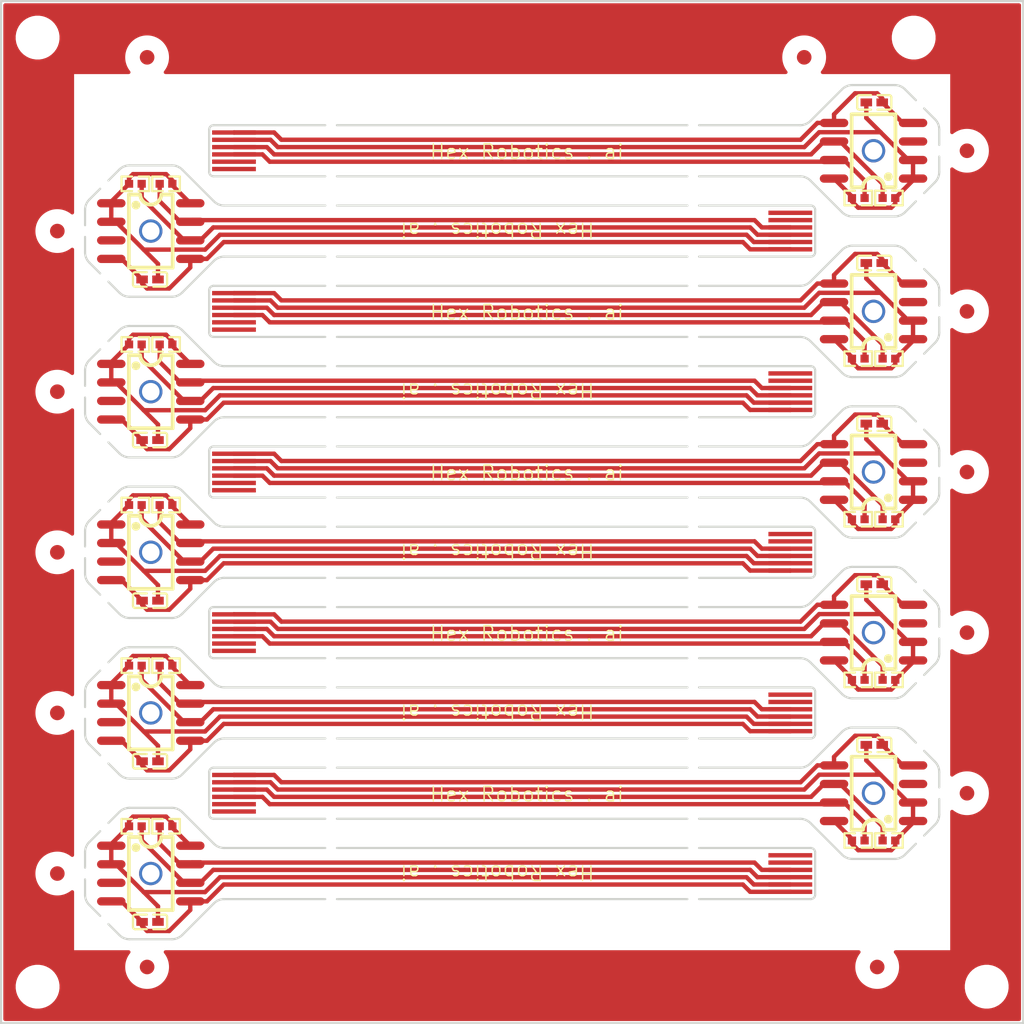
<source format=kicad_pcb>
(kicad_pcb (version 20241229) (generator "pcbnew") (generator_version "9.0")
  (title_block (title "Hex Rotation Sensor Circuit Panel") (rev "v0.1") (company "Hex Robotics") (comment 1 "Author: Calin Mocanu"))
  (layers (0 "F.Cu" signal) (2 "B.Cu" signal) (13 "F.Paste" user) (15 "B.Paste" user) (5 "F.SilkS" user "F.Silkscreen") (7 "B.SilkS" user "B.Silkscreen") (1 "F.Mask" user) (3 "B.Mask" user) (25 "Edge.Cuts" user))
  (net 0 "")
  (net 1 "/sensor-circuit-singlet/3V3")
  (net 2 "/sensor-circuit-singlet1/3V3")
  (net 3 "/sensor-circuit-singlet2/3V3")
  (net 7 "/sensor-circuit-singlet3/3V3")
  (net 8 "/sensor-circuit-singlet4/3V3")
  (net 9 "/sensor-circuit-singlet5/3V3")
  (net 10 "/sensor-circuit-singlet6/3V3")
  (net 11 "/sensor-circuit-singlet7/3V3")
  (net 12 "/sensor-circuit-singlet8/3V3")
  (net 13 "/sensor-circuit-singlet9/3V3")
  (net 14 "/sensor-circuit-singlet/SCL")
  (net 15 "/sensor-circuit-singlet/SDA")
  (net 17 "/sensor-circuit-singlet1/SDA")
  (net 18 "/sensor-circuit-singlet1/SCL")
  (net 20 "/sensor-circuit-singlet2/SDA")
  (net 21 "/sensor-circuit-singlet2/SCL")
  (net 24 "/sensor-circuit-singlet3/SCL")
  (net 27 "/sensor-circuit-singlet3/SDA")
  (net 29 "/sensor-circuit-singlet4/SDA")
  (net 30 "/sensor-circuit-singlet4/SCL")
  (net 34 "/sensor-circuit-singlet5/SDA")
  (net 35 "/sensor-circuit-singlet5/SCL")
  (net 37 "/sensor-circuit-singlet6/SDA")
  (net 39 "/sensor-circuit-singlet6/SCL")
  (net 42 "/sensor-circuit-singlet7/SDA")
  (net 43 "/sensor-circuit-singlet7/SCL")
  (net 44 "/sensor-circuit-singlet8/SCL")
  (net 47 "/sensor-circuit-singlet8/SDA")
  (net 48 "/sensor-circuit-singlet9/SCL")
  (net 49 "/sensor-circuit-singlet9/SDA")
  (net 61 "/sensor-circuit-singlet/GND")
  (net 62 "/sensor-circuit-singlet1/GND")
  (net 63 "/sensor-circuit-singlet2/GND")
  (net 64 "/sensor-circuit-singlet3/GND")
  (net 65 "/sensor-circuit-singlet4/GND")
  (net 66 "/sensor-circuit-singlet5/GND")
  (net 67 "/sensor-circuit-singlet6/GND")
  (net 68 "/sensor-circuit-singlet7/GND")
  (net 69 "/sensor-circuit-singlet8/GND")
  (net 70 "/sensor-circuit-singlet9/GND")
  (footprint "Library:FPC-6P-P0.50-Pattern" (layer "F.Cu") (at 194.3 66.5 -90)
    (property "Reference" "FPC3" (hide yes))
    (property "Value" "~" (hide yes))
  )
  (footprint "Library:SOIC-8_L5.0-W4.0-P1.27-LS6.0-BL" (layer "F.Cu") (at 150.5 88.5)
    (property "Reference" "U10" (hide yes))
    (property "Value" "~" (hide yes))
  )
  (footprint "Library:R0402" (layer "F.Cu") (at 198.95475 86.237248 180)
    (property "Reference" "R7" (hide yes))
    (property "Value" "10kΩ" (hide yes))
  )
  (footprint "Library:R0402" (layer "F.Cu") (at 198.95475 64.237248 180)
    (property "Reference" "R17" (hide yes))
    (property "Value" "10kΩ" (hide yes))
  )
  (footprint "Library:C0402" (layer "F.Cu") (at 200.04975 68.687248 180)
    (property "Reference" "C6" (hide yes))
    (property "Value" "100nF" (hide yes))
  )
  (footprint "Library:SOIC-8_L5.0-W4.0-P1.27-LS6.0-BL" (layer "F.Cu") (at 150.5 66.5)
    (property "Reference" "U3" (hide yes))
    (property "Value" "~" (hide yes))
  )
  (footprint "Library:FPC-6P-P0.50-Pattern" (layer "F.Cu") (at 194.3 99.5 -90)
    (property "Reference" "FPC7" (hide yes))
    (property "Value" "~" (hide yes))
  )
  (footprint "Library:FPC-6P-P0.50-Pattern" (layer "F.Cu") (at 156.2 61 90)
    (property "Reference" "FPC9" (hide yes))
    (property "Value" "~" (hide yes))
  )
  (footprint "Library:R0402" (layer "F.Cu") (at 198.95475 75.237248 180)
    (property "Reference" "R11" (hide yes))
    (property "Value" "10kΩ" (hide yes))
  )
  (footprint "Library:R0402" (layer "F.Cu") (at 201.05475 86.237248)
    (property "Reference" "R8" (hide yes))
    (property "Value" "10kΩ" (hide yes))
  )
  (footprint "Library:C0402" (layer "F.Cu") (at 200.04975 79.687248 180)
    (property "Reference" "C4" (hide yes))
    (property "Value" "100nF" (hide yes))
  )
  (footprint "Library:NPTH 2mm hole 3mm clearence" (layer "F.Cu") (at 202.75 42.25)
    (property "Reference" "REF**" (hide yes))
    (property "Value" "NPTH 2mm hole 3mm clearence" (hide yes))
  )
  (footprint "Library:FPC-6P-P0.50-Pattern" (layer "F.Cu") (at 194.3 55.5 -90)
    (property "Reference" "FPC8" (hide yes))
    (property "Value" "~" (hide yes))
  )
  (footprint "Library:R0402" (layer "F.Cu") (at 151.545249 52.262752)
    (property "Reference" "R15" (hide yes))
    (property "Value" "10kΩ" (hide yes))
  )
  (footprint "Library:FPC-6P-P0.50-Pattern" (layer "F.Cu") (at 156.2 72 90)
    (property "Reference" "FPC6" (hide yes))
    (property "Value" "~" (hide yes))
  )
  (footprint "Library:C0402" (layer "F.Cu") (at 200.04975 57.687248 180)
    (property "Reference" "C9" (hide yes))
    (property "Value" "100nF" (hide yes))
  )
  (footprint "Library:NPTH 2mm hole 3mm clearence" (layer "F.Cu") (at 142.75 107.25)
    (property "Reference" "REF**" (hide yes))
    (property "Value" "NPTH 2mm hole 3mm clearence" (hide yes))
  )
  (footprint "Library:R0402" (layer "F.Cu") (at 201.05475 75.237248)
    (property "Reference" "R12" (hide yes))
    (property "Value" "10kΩ" (hide yes))
  )
  (footprint "Library:FPC-6P-P0.50-Pattern" (layer "F.Cu") (at 194.3 88.5 -90)
    (property "Reference" "FPC10" (hide yes))
    (property "Value" "~" (hide yes))
  )
  (footprint "Library:R0402" (layer "F.Cu") (at 149.44525 96.262752 180)
    (property "Reference" "R14" (hide yes))
    (property "Value" "10kΩ" (hide yes))
  )
  (footprint "Library:SOIC-8_L5.0-W4.0-P1.27-LS6.0-BL" (layer "F.Cu") (at 150.5 77.5)
    (property "Reference" "U5" (hide yes))
    (property "Value" "~" (hide yes))
  )
  (footprint "Library:R0402" (layer "F.Cu") (at 151.545249 74.262752)
    (property "Reference" "R9" (hide yes))
    (property "Value" "10kΩ" (hide yes))
  )
  (footprint "Library:SOIC-8_L5.0-W4.0-P1.27-LS6.0-BL" (layer "F.Cu") (at 150.5 99.5)
    (property "Reference" "U7" (hide yes))
    (property "Value" "~" (hide yes))
  )
  (footprint "Library:R0402" (layer "F.Cu") (at 198.95475 53.237248 180)
    (property "Reference" "R1" (hide yes))
    (property "Value" "10kΩ" (hide yes))
  )
  (footprint "Library:R0402" (layer "F.Cu") (at 149.44525 74.262752 180)
    (property "Reference" "R10" (hide yes))
    (property "Value" "10kΩ" (hide yes))
  )
  (footprint "Library:SOIC-8_L5.0-W4.0-P1.27-LS6.0-BL" (layer "F.Cu") (at 200 83 180)
    (property "Reference" "U4" (hide yes))
    (property "Value" "~" (hide yes))
  )
  (footprint "Library:R0402" (layer "F.Cu") (at 149.44525 63.262752 180)
    (property "Reference" "R6" (hide yes))
    (property "Value" "10kΩ" (hide yes))
  )
  (footprint "Library:C0402" (layer "F.Cu") (at 200.04975 46.687248 180)
    (property "Reference" "C1" (hide yes))
    (property "Value" "100nF" (hide yes))
  )
  (footprint "Library:NPTH 2mm hole 3mm clearence" (layer "F.Cu") (at 142.75 42.25)
    (property "Reference" "REF**" (hide yes))
    (property "Value" "NPTH 2mm hole 3mm clearence" (hide yes))
  )
  (footprint "Library:SOIC-8_L5.0-W4.0-P1.27-LS6.0-BL" (layer "F.Cu") (at 200 50 180)
    (property "Reference" "U1" (hide yes))
    (property "Value" "~" (hide yes))
  )
  (footprint "Library:R0402" (layer "F.Cu") (at 151.545249 85.262752)
    (property "Reference" "R19" (hide yes))
    (property "Value" "10kΩ" (hide yes))
  )
  (footprint "Library:R0402" (layer "F.Cu") (at 201.05475 97.237248)
    (property "Reference" "R4" (hide yes))
    (property "Value" "10kΩ" (hide yes))
  )
  (footprint "Library:R0402" (layer "F.Cu") (at 151.545249 63.262752)
    (property "Reference" "R5" (hide yes))
    (property "Value" "10kΩ" (hide yes))
  )
  (footprint "Library:FPC-6P-P0.50-Pattern" (layer "F.Cu") (at 156.2 83 90)
    (property "Reference" "FPC4" (hide yes))
    (property "Value" "~" (hide yes))
  )
  (footprint "Library:C0402" (layer "F.Cu") (at 150.450251 58.812752)
    (property "Reference" "C8" (hide yes))
    (property "Value" "100nF" (hide yes))
  )
  (footprint "Library:R0402" (layer "F.Cu") (at 201.05475 53.237248)
    (property "Reference" "R2" (hide yes))
    (property "Value" "10kΩ" (hide yes))
  )
  (footprint "Library:SOIC-8_L5.0-W4.0-P1.27-LS6.0-BL" (layer "F.Cu") (at 200 72 180)
    (property "Reference" "U6" (hide yes))
    (property "Value" "~" (hide yes))
  )
  (footprint "Library:R0402" (layer "F.Cu") (at 149.44525 52.262752 180)
    (property "Reference" "R16" (hide yes))
    (property "Value" "10kΩ" (hide yes))
  )
  (footprint "Library:C0402" (layer "F.Cu") (at 150.450251 91.812752)
    (property "Reference" "C10" (hide yes))
    (property "Value" "100nF" (hide yes))
  )
  (footprint "Library:FPC-6P-P0.50-Pattern" (layer "F.Cu") (at 156.2 50 90)
    (property "Reference" "FPC1" (hide yes))
    (property "Value" "~" (hide yes))
  )
  (footprint "Library:C0402" (layer "F.Cu") (at 150.450251 80.812752)
    (property "Reference" "C5" (hide yes))
    (property "Value" "100nF" (hide yes))
  )
  (footprint "Library:NPTH 2mm hole 3mm clearence" (layer "F.Cu") (at 207.75 107.25)
    (property "Reference" "REF**" (hide yes))
    (property "Value" "NPTH 2mm hole 3mm clearence" (hide yes))
  )
  (footprint "Library:FPC-6P-P0.50-Pattern" (layer "F.Cu") (at 156.2 94 90)
    (property "Reference" "FPC2" (hide yes))
    (property "Value" "~" (hide yes))
  )
  (footprint "Library:SOIC-8_L5.0-W4.0-P1.27-LS6.0-BL" (layer "F.Cu") (at 200 94 180)
    (property "Reference" "U2" (hide yes))
    (property "Value" "~" (hide yes))
  )
  (footprint "Library:C0402" (layer "F.Cu") (at 200.04975 90.687248 180)
    (property "Reference" "C2" (hide yes))
    (property "Value" "100nF" (hide yes))
  )
  (footprint "Library:C0402" (layer "F.Cu") (at 150.450251 102.812752)
    (property "Reference" "C7" (hide yes))
    (property "Value" "100nF" (hide yes))
  )
  (footprint "Library:R0402" (layer "F.Cu") (at 149.44525 85.262752 180)
    (property "Reference" "R20" (hide yes))
    (property "Value" "10kΩ" (hide yes))
  )
  (footprint "Library:C0402" (layer "F.Cu") (at 150.450251 69.812752)
    (property "Reference" "C3" (hide yes))
    (property "Value" "100nF" (hide yes))
  )
  (footprint "Library:FPC-6P-P0.50-Pattern" (layer "F.Cu") (at 194.3 77.5 -90)
    (property "Reference" "FPC5" (hide yes))
    (property "Value" "~" (hide yes))
  )
  (footprint "Library:SOIC-8_L5.0-W4.0-P1.27-LS6.0-BL" (layer "F.Cu") (at 200 61 180)
    (property "Reference" "U9" (hide yes))
    (property "Value" "~" (hide yes))
  )
  (footprint "Library:SOIC-8_L5.0-W4.0-P1.27-LS6.0-BL" (layer "F.Cu") (at 150.5 55.5)
    (property "Reference" "U8" (hide yes))
    (property "Value" "~" (hide yes))
  )
  (footprint "Library:R0402" (layer "F.Cu") (at 198.95475 97.237248 180)
    (property "Reference" "R3" (hide yes))
    (property "Value" "10kΩ" (hide yes))
  )
  (footprint "Library:R0402" (layer "F.Cu") (at 201.05475 64.237248)
    (property "Reference" "R18" (hide yes))
    (property "Value" "10kΩ" (hide yes))
  )
  (footprint "Library:R0402" (layer "F.Cu") (at 151.545249 96.262752)
    (property "Reference" "R13" (hide yes))
    (property "Value" "10kΩ" (hide yes))
  )
  (gr_poly (pts (arc (start 205.9 50) (mid 206.9 50) (end 205.9 50))) (fill yes) (layer "F.Cu"))
  (gr_poly (pts (arc (start 143.6 99.5) (mid 144.6 99.5) (end 143.6 99.5))) (fill yes) (layer "F.Cu"))
  (gr_poly (pts (arc (start 199.75 105.9) (mid 200.75 105.9) (end 199.75 105.9))) (fill yes) (layer "F.Cu"))
  (gr_poly (pts (arc (start 149.75 105.9) (mid 150.75 105.9) (end 149.75 105.9))) (fill yes) (layer "F.Cu"))
  (gr_poly (pts (arc (start 205.9 72) (mid 206.9 72) (end 205.9 72))) (fill yes) (layer "F.Cu"))
  (gr_poly (pts (arc (start 143.6 66.5) (mid 144.6 66.5) (end 143.6 66.5))) (fill yes) (layer "F.Cu"))
  (gr_poly (pts (arc (start 143.6 55.5) (mid 144.6 55.5) (end 143.6 55.5))) (fill yes) (layer "F.Cu"))
  (gr_poly (pts (arc (start 194.75 43.6) (mid 195.75 43.6) (end 194.75 43.6))) (fill yes) (layer "F.Cu"))
  (gr_poly (pts (arc (start 205.9 94) (mid 206.9 94) (end 205.9 94))) (fill yes) (layer "F.Cu"))
  (gr_poly (pts (arc (start 143.6 88.5) (mid 144.6 88.5) (end 143.6 88.5))) (fill yes) (layer "F.Cu"))
  (gr_poly (pts (arc (start 143.6 77.5) (mid 144.6 77.5) (end 143.6 77.5))) (fill yes) (layer "F.Cu"))
  (gr_poly (pts (arc (start 205.9 83) (mid 206.9 83) (end 205.9 83))) (fill yes) (layer "F.Cu"))
  (gr_poly (pts (arc (start 149.75 43.6) (mid 150.75 43.6) (end 149.75 43.6))) (fill yes) (layer "F.Cu"))
  (gr_poly (pts (arc (start 205.9 61) (mid 206.9 61) (end 205.9 61))) (fill yes) (layer "F.Cu"))
  (gr_line (start 194.9718 73.75) (end 188.05 73.75) (stroke (width 0.15)) (layer "Edge.Cuts"))
  (gr_arc (start 148.34322 51.292819) (mid 148.664593 51.077319) (end 149.04372 51) (stroke (width 0.15)) (layer "Edge.Cuts"))
  (gr_line (start 202.899138 97.464823) (end 202.15678 98.207181) (stroke (width 0.15)) (layer "Edge.Cuts"))
  (gr_arc (start 197.84322 67.792819) (mid 198.164593 67.577319) (end 198.54372 67.5) (stroke (width 0.15)) (layer "Edge.Cuts"))
  (gr_arc (start 154.5 59.55) (mid 154.587868 59.337868) (end 154.8 59.25) (stroke (width 0.15)) (layer "Edge.Cuts"))
  (gr_line (start 154.8 84.75) (end 162.45 84.75) (stroke (width 0.15)) (layer "Edge.Cuts"))
  (gr_line (start 195.7 86.75) (end 188.05 86.75) (stroke (width 0.15)) (layer "Edge.Cuts"))
  (gr_line (start 152.65678 70.707181) (end 154.821081 68.54288) (stroke (width 0.15)) (layer "Edge.Cuts"))
  (gr_arc (start 154.821081 79.54288) (mid 155.145499 79.32612) (end 155.528175 79.25) (stroke (width 0.15)) (layer "Edge.Cuts"))
  (gr_arc (start 196 67.95) (mid 195.912132 68.162132) (end 195.7 68.25) (stroke (width 0.15)) (layer "Edge.Cuts"))
  (gr_line (start 163.25 75.75) (end 187.25 75.75) (stroke (width 0.15)) (layer "Edge.Cuts"))
  (gr_line (start 163.25 90.25) (end 187.25 90.25) (stroke (width 0.15)) (layer "Edge.Cuts"))
  (gr_line (start 154.5 62.45) (end 154.5 59.55) (stroke (width 0.15)) (layer "Edge.Cuts"))
  (gr_line (start 201.4497 45.5) (end 198.54372 45.5) (stroke (width 0.15)) (layer "Edge.Cuts"))
  (gr_line (start 147.600862 96.035177) (end 148.34322 95.292819) (stroke (width 0.15)) (layer "Edge.Cuts"))
  (gr_line (start 203.464823 80.100862) (end 204.207181 80.84322) (stroke (width 0.15)) (layer "Edge.Cuts"))
  (gr_line (start 154.817868 97.453907) (end 152.65193 95.287969) (stroke (width 0.15)) (layer "Edge.Cuts"))
  (gr_arc (start 201.4497 56.5) (mid 201.829181 56.574809) (end 202.15193 56.787969) (stroke (width 0.15)) (layer "Edge.Cuts"))
  (gr_line (start 196 76.05) (end 196 78.95) (stroke (width 0.15)) (layer "Edge.Cuts"))
  (gr_arc (start 152.65678 59.707181) (mid 152.335334 59.922712) (end 151.956123 60) (stroke (width 0.15)) (layer "Edge.Cuts"))
  (gr_arc (start 197.84322 89.792819) (mid 198.164593 89.577319) (end 198.54372 89.5) (stroke (width 0.15)) (layer "Edge.Cuts"))
  (gr_line (start 155.5282 75.75) (end 162.45 75.75) (stroke (width 0.15)) (layer "Edge.Cuts"))
  (gr_arc (start 149.0503 82) (mid 148.670753 81.925164) (end 148.347969 81.71193) (stroke (width 0.15)) (layer "Edge.Cuts"))
  (gr_arc (start 154.821081 68.54288) (mid 155.145499 68.32612) (end 155.528175 68.25) (stroke (width 0.15)) (layer "Edge.Cuts"))
  (gr_line (start 147.035177 80.399138) (end 146.292869 79.65683) (stroke (width 0.15)) (layer "Edge.Cuts"))
  (gr_arc (start 149.0504 104) (mid 148.670799 103.925183) (end 148.347969 103.71193) (stroke (width 0.15)) (layer "Edge.Cuts"))
  (gr_line (start 155.528175 57.25) (end 162.45 57.25) (stroke (width 0.15)) (layer "Edge.Cuts"))
  (gr_arc (start 154.821081 57.54288) (mid 155.145499 57.32612) (end 155.528175 57.25) (stroke (width 0.15)) (layer "Edge.Cuts"))
  (gr_line (start 195.7 64.75) (end 188.05 64.75) (stroke (width 0.15)) (layer "Edge.Cuts"))
  (gr_line (start 187.25 48.25) (end 163.25 48.25) (stroke (width 0.15)) (layer "Edge.Cuts"))
  (gr_line (start 146.29797 86.338069) (end 147.035177 85.600862) (stroke (width 0.15)) (layer "Edge.Cuts"))
  (gr_arc (start 195.678919 80.95712) (mid 195.354501 81.17388) (end 194.971825 81.25) (stroke (width 0.15)) (layer "Edge.Cuts"))
  (gr_arc (start 204.5 73.4496) (mid 204.422531 73.835602) (end 204.202131 74.16183) (stroke (width 0.15)) (layer "Edge.Cuts"))
  (gr_line (start 151.9496 62) (end 149.04372 62) (stroke (width 0.15)) (layer "Edge.Cuts"))
  (gr_arc (start 196 100.95) (mid 195.912132 101.162132) (end 195.7 101.25) (stroke (width 0.15)) (layer "Edge.Cuts"))
  (gr_line (start 163.25 79.25) (end 187.25 79.25) (stroke (width 0.15)) (layer "Edge.Cuts"))
  (gr_arc (start 146.292869 79.65683) (mid 146.074915 79.329519) (end 146 78.943477) (stroke (width 0.15)) (layer "Edge.Cuts"))
  (gr_line (start 163.25 68.25) (end 187.25 68.25) (stroke (width 0.15)) (layer "Edge.Cuts"))
  (gr_arc (start 154.5 70.55) (mid 154.587868 70.337868) (end 154.8 70.25) (stroke (width 0.15)) (layer "Edge.Cuts"))
  (gr_arc (start 151.9497 51) (mid 152.329181 51.074809) (end 152.65193 51.287969) (stroke (width 0.15)) (layer "Edge.Cuts"))
  (gr_line (start 146 66.1) (end 146 65.0504) (stroke (width 0.15)) (layer "Edge.Cuts"))
  (gr_line (start 154.8 73.75) (end 162.45 73.75) (stroke (width 0.15)) (layer "Edge.Cuts"))
  (gr_line (start 154.8 51.75) (end 162.45 51.75) (stroke (width 0.15)) (layer "Edge.Cuts"))
  (gr_arc (start 151.9497 95) (mid 152.329181 95.074809) (end 152.65193 95.287969) (stroke (width 0.15)) (layer "Edge.Cuts"))
  (gr_line (start 155.528175 101.25) (end 162.45 101.25) (stroke (width 0.15)) (layer "Edge.Cuts"))
  (gr_line (start 203.464823 91.100862) (end 204.207181 91.84322) (stroke (width 0.15)) (layer "Edge.Cuts"))
  (gr_arc (start 204.5 84.4496) (mid 204.422531 84.835602) (end 204.202131 85.16183) (stroke (width 0.15)) (layer "Edge.Cuts"))
  (gr_line (start 146.29797 64.338069) (end 147.035177 63.600862) (stroke (width 0.15)) (layer "Edge.Cuts"))
  (gr_line (start 155.528175 79.25) (end 162.45 79.25) (stroke (width 0.15)) (layer "Edge.Cuts"))
  (gr_arc (start 204.207181 80.84322) (mid 204.425161 81.17058) (end 204.5 81.55668) (stroke (width 0.15)) (layer "Edge.Cuts"))
  (gr_line (start 187.25 59.25) (end 163.25 59.25) (stroke (width 0.15)) (layer "Edge.Cuts"))
  (gr_line (start 163.25 101.25) (end 187.25 101.25) (stroke (width 0.15)) (layer "Edge.Cuts"))
  (gr_line (start 146 88.1) (end 146 87.0503) (stroke (width 0.15)) (layer "Edge.Cuts"))
  (gr_line (start 194.971825 70.25) (end 188.05 70.25) (stroke (width 0.15)) (layer "Edge.Cuts"))
  (gr_arc (start 202.15678 54.207181) (mid 201.835334 54.422712) (end 201.456123 54.5) (stroke (width 0.15)) (layer "Edge.Cuts"))
  (gr_line (start 210.25 109.75) (end 210.25 39.75) (stroke (width 0.15)) (layer "Edge.Cuts"))
  (gr_arc (start 195.678919 69.95712) (mid 195.354501 70.17388) (end 194.971825 70.25) (stroke (width 0.15)) (layer "Edge.Cuts"))
  (gr_line (start 154.8 81.25) (end 162.45 81.25) (stroke (width 0.15)) (layer "Edge.Cuts"))
  (gr_line (start 195.7 97.75) (end 188.05 97.75) (stroke (width 0.15)) (layer "Edge.Cuts"))
  (gr_line (start 146.29797 75.338069) (end 147.035177 74.600862) (stroke (width 0.15)) (layer "Edge.Cuts"))
  (gr_arc (start 197.84322 45.792819) (mid 198.164593 45.577319) (end 198.54372 45.5) (stroke (width 0.15)) (layer "Edge.Cuts"))
  (gr_line (start 154.8 59.25) (end 162.45 59.25) (stroke (width 0.15)) (layer "Edge.Cuts"))
  (gr_line (start 203.464823 58.100862) (end 204.207181 58.84322) (stroke (width 0.15)) (layer "Edge.Cuts"))
  (gr_line (start 146 89.943477) (end 146 88.9) (stroke (width 0.15)) (layer "Edge.Cuts"))
  (gr_line (start 147.600862 74.035177) (end 148.34322 73.292819) (stroke (width 0.15)) (layer "Edge.Cuts"))
  (gr_arc (start 198.5504 87.5) (mid 198.170799 87.425183) (end 197.847969 87.21193) (stroke (width 0.15)) (layer "Edge.Cuts"))
  (gr_line (start 194.9718 95.75) (end 188.05 95.75) (stroke (width 0.15)) (layer "Edge.Cuts"))
  (gr_line (start 154.817868 86.453907) (end 152.65193 84.287969) (stroke (width 0.15)) (layer "Edge.Cuts"))
  (gr_line (start 146.29797 53.338069) (end 147.035177 52.600862) (stroke (width 0.15)) (layer "Edge.Cuts"))
  (gr_arc (start 198.5504 76.5) (mid 198.170799 76.425183) (end 197.847969 76.21193) (stroke (width 0.15)) (layer "Edge.Cuts"))
  (gr_arc (start 202.15678 65.207181) (mid 201.835334 65.422712) (end 201.456123 65.5) (stroke (width 0.15)) (layer "Edge.Cuts"))
  (gr_line (start 210.25 39.75) (end 140.25 39.75) (stroke (width 0.15)) (layer "Edge.Cuts"))
  (gr_arc (start 201.4497 45.5) (mid 201.829181 45.574809) (end 202.15193 45.787969) (stroke (width 0.15)) (layer "Edge.Cuts"))
  (gr_line (start 202.899138 68.535177) (end 202.15193 67.787969) (stroke (width 0.15)) (layer "Edge.Cuts"))
  (gr_line (start 195.7 75.75) (end 188.05 75.75) (stroke (width 0.15)) (layer "Edge.Cuts"))
  (gr_line (start 195.682286 96.046247) (end 197.847969 98.21193) (stroke (width 0.15)) (layer "Edge.Cuts"))
  (gr_line (start 154.8 95.75) (end 162.45 95.75) (stroke (width 0.15)) (layer "Edge.Cuts"))
  (gr_arc (start 201.4496 78.5) (mid 201.829135 78.57479) (end 202.15193 78.787969) (stroke (width 0.15)) (layer "Edge.Cuts"))
  (gr_line (start 197.84322 67.792819) (end 195.678919 69.95712) (stroke (width 0.15)) (layer "Edge.Cuts"))
  (gr_arc (start 155.5282 75.75) (mid 155.143408 75.67302) (end 154.817868 75.453907) (stroke (width 0.15)) (layer "Edge.Cuts"))
  (gr_arc (start 146 87.0503) (mid 146.077515 86.664286) (end 146.29797 86.338069) (stroke (width 0.15)) (layer "Edge.Cuts"))
  (gr_line (start 149.0503 60) (end 151.956123 60) (stroke (width 0.15)) (layer "Edge.Cuts"))
  (gr_line (start 195.682286 74.046247) (end 197.847969 76.21193) (stroke (width 0.15)) (layer "Edge.Cuts"))
  (gr_arc (start 202.15678 76.207181) (mid 201.835334 76.422712) (end 201.456123 76.5) (stroke (width 0.15)) (layer "Edge.Cuts"))
  (gr_arc (start 146 54.0504) (mid 146.077496 53.664332) (end 146.29797 53.338069) (stroke (width 0.15)) (layer "Edge.Cuts"))
  (gr_line (start 151.9497 95) (end 149.04372 95) (stroke (width 0.15)) (layer "Edge.Cuts"))
  (gr_arc (start 198.5504 54.5) (mid 198.170799 54.425183) (end 197.847969 54.21193) (stroke (width 0.15)) (layer "Edge.Cuts"))
  (gr_arc (start 196 78.95) (mid 195.912132 79.162132) (end 195.7 79.25) (stroke (width 0.15)) (layer "Edge.Cuts"))
  (gr_line (start 147.035177 58.399138) (end 146.292869 57.65683) (stroke (width 0.15)) (layer "Edge.Cuts"))
  (gr_line (start 147.035177 102.399138) (end 146.292819 101.65678) (stroke (width 0.15)) (layer "Edge.Cuts"))
  (gr_line (start 146 56.943477) (end 146 55.9) (stroke (width 0.15)) (layer "Edge.Cuts"))
  (gr_line (start 196 87.05) (end 196 89.95) (stroke (width 0.15)) (layer "Edge.Cuts"))
  (gr_line (start 149.0503 82) (end 151.956123 82) (stroke (width 0.15)) (layer "Edge.Cuts"))
  (gr_line (start 204.202131 74.16183) (end 203.464823 74.899138) (stroke (width 0.15)) (layer "Edge.Cuts"))
  (gr_arc (start 146 98.0504) (mid 146.077496 97.664332) (end 146.29797 97.338069) (stroke (width 0.15)) (layer "Edge.Cuts"))
  (gr_line (start 163.25 97.75) (end 187.25 97.75) (stroke (width 0.15)) (layer "Edge.Cuts"))
  (gr_arc (start 154.5 48.55) (mid 154.587868 48.337868) (end 154.8 48.25) (stroke (width 0.15)) (layer "Edge.Cuts"))
  (gr_arc (start 204.207181 58.84322) (mid 204.425161 59.17058) (end 204.5 59.55668) (stroke (width 0.15)) (layer "Edge.Cuts"))
  (gr_line (start 195.7 68.25) (end 188.05 68.25) (stroke (width 0.15)) (layer "Edge.Cuts"))
  (gr_line (start 195.7 57.25) (end 188.05 57.25) (stroke (width 0.15)) (layer "Edge.Cuts"))
  (gr_arc (start 146 76.0503) (mid 146.077515 75.664286) (end 146.29797 75.338069) (stroke (width 0.15)) (layer "Edge.Cuts"))
  (gr_arc (start 149.0503 60) (mid 148.670753 59.925164) (end 148.347969 59.71193) (stroke (width 0.15)) (layer "Edge.Cuts"))
  (gr_line (start 194.9718 62.75) (end 188.05 62.75) (stroke (width 0.15)) (layer "Edge.Cuts"))
  (gr_arc (start 195.678919 58.95712) (mid 195.354501 59.17388) (end 194.971825 59.25) (stroke (width 0.15)) (layer "Edge.Cuts"))
  (gr_line (start 187.25 73.75) (end 163.25 73.75) (stroke (width 0.15)) (layer "Edge.Cuts"))
  (gr_line (start 202.899138 53.464823) (end 202.15678 54.207181) (stroke (width 0.15)) (layer "Edge.Cuts"))
  (gr_line (start 147.600862 69.964823) (end 148.347969 70.71193) (stroke (width 0.15)) (layer "Edge.Cuts"))
  (gr_arc (start 151.9496 62) (mid 152.329135 62.07479) (end 152.65193 62.287969) (stroke (width 0.15)) (layer "Edge.Cuts"))
  (gr_line (start 149.0503 71) (end 151.956123 71) (stroke (width 0.15)) (layer "Edge.Cuts"))
  (gr_arc (start 195.678919 91.95712) (mid 195.354501 92.17388) (end 194.971825 92.25) (stroke (width 0.15)) (layer "Edge.Cuts"))
  (gr_line (start 155.5282 86.75) (end 162.45 86.75) (stroke (width 0.15)) (layer "Edge.Cuts"))
  (gr_line (start 194.9718 51.75) (end 188.05 51.75) (stroke (width 0.15)) (layer "Edge.Cuts"))
  (gr_line (start 152.65678 92.707181) (end 154.821081 90.54288) (stroke (width 0.15)) (layer "Edge.Cuts"))
  (gr_arc (start 197.84322 78.792819) (mid 198.164593 78.577319) (end 198.54372 78.5) (stroke (width 0.15)) (layer "Edge.Cuts"))
  (gr_line (start 187.25 51.75) (end 163.25 51.75) (stroke (width 0.15)) (layer "Edge.Cuts"))
  (gr_line (start 146 55.1) (end 146 54.0504) (stroke (width 0.15)) (layer "Edge.Cuts"))
  (gr_line (start 163.25 86.75) (end 187.25 86.75) (stroke (width 0.15)) (layer "Edge.Cuts"))
  (gr_line (start 204.5 81.55668) (end 204.5 82.6) (stroke (width 0.15)) (layer "Edge.Cuts"))
  (gr_arc (start 194.9718 73.75) (mid 195.356693 73.827022) (end 195.682286 74.046247) (stroke (width 0.15)) (layer "Edge.Cuts"))
  (gr_arc (start 195.7 75.75) (mid 195.912132 75.837868) (end 196 76.05) (stroke (width 0.15)) (layer "Edge.Cuts"))
  (gr_arc (start 201.4496 67.5) (mid 201.829135 67.57479) (end 202.15193 67.787969) (stroke (width 0.15)) (layer "Edge.Cuts"))
  (gr_arc (start 194.9718 51.75) (mid 195.356693 51.827022) (end 195.682286 52.046247) (stroke (width 0.15)) (layer "Edge.Cuts"))
  (gr_line (start 147.600862 52.035177) (end 148.34322 51.292819) (stroke (width 0.15)) (layer "Edge.Cuts"))
  (gr_line (start 155.5282 64.75) (end 162.45 64.75) (stroke (width 0.15)) (layer "Edge.Cuts"))
  (gr_arc (start 154.5 81.55) (mid 154.587868 81.337868) (end 154.8 81.25) (stroke (width 0.15)) (layer "Edge.Cuts"))
  (gr_line (start 204.202131 63.16183) (end 203.464823 63.899138) (stroke (width 0.15)) (layer "Edge.Cuts"))
  (gr_line (start 198.5504 76.5) (end 201.456123 76.5) (stroke (width 0.15)) (layer "Edge.Cuts"))
  (gr_line (start 147.035177 91.399138) (end 146.292869 90.65683) (stroke (width 0.15)) (layer "Edge.Cuts"))
  (gr_arc (start 204.5 62.4496) (mid 204.422531 62.835602) (end 204.202131 63.16183) (stroke (width 0.15)) (layer "Edge.Cuts"))
  (gr_line (start 202.899138 86.464823) (end 202.15678 87.207181) (stroke (width 0.15)) (layer "Edge.Cuts"))
  (gr_arc (start 154.5 92.55) (mid 154.587868 92.337868) (end 154.8 92.25) (stroke (width 0.15)) (layer "Edge.Cuts"))
  (gr_line (start 204.5 94.4) (end 204.5 95.4496) (stroke (width 0.15)) (layer "Edge.Cuts"))
  (gr_line (start 196 54.05) (end 196 56.95) (stroke (width 0.15)) (layer "Edge.Cuts"))
  (gr_line (start 204.5 48.55668) (end 204.5 49.6) (stroke (width 0.15)) (layer "Edge.Cuts"))
  (gr_line (start 155.528175 90.25) (end 162.45 90.25) (stroke (width 0.15)) (layer "Edge.Cuts"))
  (gr_arc (start 202.15678 98.207181) (mid 201.835334 98.422712) (end 201.456123 98.5) (stroke (width 0.15)) (layer "Edge.Cuts"))
  (gr_line (start 198.5504 87.5) (end 201.456123 87.5) (stroke (width 0.15)) (layer "Edge.Cuts"))
  (gr_arc (start 204.5 95.4496) (mid 204.422531 95.835602) (end 204.202131 96.16183) (stroke (width 0.15)) (layer "Edge.Cuts"))
  (gr_line (start 194.9718 84.75) (end 188.05 84.75) (stroke (width 0.15)) (layer "Edge.Cuts"))
  (gr_arc (start 149.0503 71) (mid 148.670753 70.925164) (end 148.347969 70.71193) (stroke (width 0.15)) (layer "Edge.Cuts"))
  (gr_arc (start 148.34322 62.292819) (mid 148.664593 62.077319) (end 149.04372 62) (stroke (width 0.15)) (layer "Edge.Cuts"))
  (gr_line (start 154.8 62.75) (end 162.45 62.75) (stroke (width 0.15)) (layer "Edge.Cuts"))
  (gr_line (start 187.25 92.25) (end 163.25 92.25) (stroke (width 0.15)) (layer "Edge.Cuts"))
  (gr_line (start 194.971825 59.25) (end 188.05 59.25) (stroke (width 0.15)) (layer "Edge.Cuts"))
  (gr_line (start 146 99.1) (end 146 98.0504) (stroke (width 0.15)) (layer "Edge.Cuts"))
  (gr_line (start 147.600862 102.964823) (end 148.347969 103.71193) (stroke (width 0.15)) (layer "Edge.Cuts"))
  (gr_arc (start 196 89.95) (mid 195.912132 90.162132) (end 195.7 90.25) (stroke (width 0.15)) (layer "Edge.Cuts"))
  (gr_line (start 151.9497 73) (end 149.04372 73) (stroke (width 0.15)) (layer "Edge.Cuts"))
  (gr_arc (start 194.9718 62.75) (mid 195.356693 62.827022) (end 195.682286 63.046247) (stroke (width 0.15)) (layer "Edge.Cuts"))
  (gr_line (start 195.7 79.25) (end 188.05 79.25) (stroke (width 0.15)) (layer "Edge.Cuts"))
  (gr_line (start 201.4497 89.5) (end 198.54372 89.5) (stroke (width 0.15)) (layer "Edge.Cuts"))
  (gr_arc (start 152.65678 103.707181) (mid 152.335334 103.922712) (end 151.956123 104) (stroke (width 0.15)) (layer "Edge.Cuts"))
  (gr_line (start 154.5 51.45) (end 154.5 48.55) (stroke (width 0.15)) (layer "Edge.Cuts"))
  (gr_line (start 147.035177 69.399138) (end 146.292869 68.65683) (stroke (width 0.15)) (layer "Edge.Cuts"))
  (gr_line (start 198.5504 98.5) (end 201.456123 98.5) (stroke (width 0.15)) (layer "Edge.Cuts"))
  (gr_arc (start 148.34322 95.292819) (mid 148.664593 95.077319) (end 149.04372 95) (stroke (width 0.15)) (layer "Edge.Cuts"))
  (gr_line (start 198.5504 54.5) (end 201.456123 54.5) (stroke (width 0.15)) (layer "Edge.Cuts"))
  (gr_line (start 201.4496 67.5) (end 198.54372 67.5) (stroke (width 0.15)) (layer "Edge.Cuts"))
  (gr_line (start 195.682286 85.046247) (end 197.847969 87.21193) (stroke (width 0.15)) (layer "Edge.Cuts"))
  (gr_line (start 155.5282 53.75) (end 162.45 53.75) (stroke (width 0.15)) (layer "Edge.Cuts"))
  (gr_arc (start 151.9497 73) (mid 152.329181 73.074809) (end 152.65193 73.287969) (stroke (width 0.15)) (layer "Edge.Cuts"))
  (gr_line (start 196 65.05) (end 196 67.95) (stroke (width 0.15)) (layer "Edge.Cuts"))
  (gr_line (start 163.25 53.75) (end 187.25 53.75) (stroke (width 0.15)) (layer "Edge.Cuts"))
  (gr_line (start 187.25 84.75) (end 163.25 84.75) (stroke (width 0.15)) (layer "Edge.Cuts"))
  (gr_line (start 204.202131 52.16183) (end 203.464823 52.899138) (stroke (width 0.15)) (layer "Edge.Cuts"))
  (gr_line (start 140.25 39.75) (end 140.25 109.75) (stroke (width 0.15)) (layer "Edge.Cuts"))
  (gr_arc (start 195.7 97.75) (mid 195.912132 97.837868) (end 196 98.05) (stroke (width 0.15)) (layer "Edge.Cuts"))
  (gr_line (start 195.7 53.75) (end 188.05 53.75) (stroke (width 0.15)) (layer "Edge.Cuts"))
  (gr_arc (start 198.5504 98.5) (mid 198.170799 98.425183) (end 197.847969 98.21193) (stroke (width 0.15)) (layer "Edge.Cuts"))
  (gr_line (start 204.5 72.4) (end 204.5 73.4496) (stroke (width 0.15)) (layer "Edge.Cuts"))
  (gr_line (start 151.9496 84) (end 149.04372 84) (stroke (width 0.15)) (layer "Edge.Cuts"))
  (gr_line (start 203.464823 69.100862) (end 204.207181 69.84322) (stroke (width 0.15)) (layer "Edge.Cuts"))
  (gr_line (start 202.899138 90.535177) (end 202.15193 89.787969) (stroke (width 0.15)) (layer "Edge.Cuts"))
  (gr_line (start 201.4496 78.5) (end 198.54372 78.5) (stroke (width 0.15)) (layer "Edge.Cuts"))
  (gr_arc (start 204.207181 47.84322) (mid 204.425161 48.17058) (end 204.5 48.55668) (stroke (width 0.15)) (layer "Edge.Cuts"))
  (gr_line (start 195.682286 52.046247) (end 197.847969 54.21193) (stroke (width 0.15)) (layer "Edge.Cuts"))
  (gr_arc (start 152.65678 70.707181) (mid 152.335334 70.922712) (end 151.956123 71) (stroke (width 0.15)) (layer "Edge.Cuts"))
  (gr_line (start 187.25 95.75) (end 163.25 95.75) (stroke (width 0.15)) (layer "Edge.Cuts"))
  (gr_arc (start 151.9496 84) (mid 152.329135 84.07479) (end 152.65193 84.287969) (stroke (width 0.15)) (layer "Edge.Cuts"))
  (gr_arc (start 155.5282 86.75) (mid 155.143408 86.67302) (end 154.817868 86.453907) (stroke (width 0.15)) (layer "Edge.Cuts"))
  (gr_line (start 203.464823 47.100862) (end 204.207181 47.84322) (stroke (width 0.15)) (layer "Edge.Cuts"))
  (gr_arc (start 146.292819 101.65678) (mid 146.074839 101.32942) (end 146 100.94332) (stroke (width 0.15)) (layer "Edge.Cuts"))
  (gr_arc (start 155.5282 53.75) (mid 155.143408 53.67302) (end 154.817868 53.453907) (stroke (width 0.15)) (layer "Edge.Cuts"))
  (gr_arc (start 195.7 64.75) (mid 195.912132 64.837868) (end 196 65.05) (stroke (width 0.15)) (layer "Edge.Cuts"))
  (gr_arc (start 154.821081 90.54288) (mid 155.145499 90.32612) (end 155.528175 90.25) (stroke (width 0.15)) (layer "Edge.Cuts"))
  (gr_line (start 197.84322 45.792819) (end 195.678919 47.95712) (stroke (width 0.15)) (layer "Edge.Cuts"))
  (gr_line (start 202.899138 64.464823) (end 202.15678 65.207181) (stroke (width 0.15)) (layer "Edge.Cuts"))
  (gr_line (start 163.25 57.25) (end 187.25 57.25) (stroke (width 0.15)) (layer "Edge.Cuts"))
  (gr_arc (start 146.292869 90.65683) (mid 146.074915 90.329519) (end 146 89.943477) (stroke (width 0.15)) (layer "Edge.Cuts"))
  (gr_line (start 147.600862 85.035177) (end 148.34322 84.292819) (stroke (width 0.15)) (layer "Edge.Cuts"))
  (gr_line (start 154.817868 64.453907) (end 152.65193 62.287969) (stroke (width 0.15)) (layer "Edge.Cuts"))
  (gr_line (start 201.4497 56.5) (end 198.54372 56.5) (stroke (width 0.15)) (layer "Edge.Cuts"))
  (gr_line (start 194.971825 92.25) (end 188.05 92.25) (stroke (width 0.15)) (layer "Edge.Cuts"))
  (gr_line (start 147.600862 58.964823) (end 148.347969 59.71193) (stroke (width 0.15)) (layer "Edge.Cuts"))
  (gr_line (start 152.65678 59.707181) (end 154.821081 57.54288) (stroke (width 0.15)) (layer "Edge.Cuts"))
  (gr_line (start 195.7 90.25) (end 188.05 90.25) (stroke (width 0.15)) (layer "Edge.Cuts"))
  (gr_line (start 147.600862 63.035177) (end 148.34322 62.292819) (stroke (width 0.15)) (layer "Edge.Cuts"))
  (gr_line (start 202.899138 46.535177) (end 202.15193 45.787969) (stroke (width 0.15)) (layer "Edge.Cuts"))
  (gr_line (start 187.25 62.75) (end 163.25 62.75) (stroke (width 0.15)) (layer "Edge.Cuts"))
  (gr_line (start 187.25 81.25) (end 163.25 81.25) (stroke (width 0.15)) (layer "Edge.Cuts"))
  (gr_arc (start 201.4497 89.5) (mid 201.829181 89.574809) (end 202.15193 89.787969) (stroke (width 0.15)) (layer "Edge.Cuts"))
  (gr_arc (start 146 65.0504) (mid 146.077496 64.664332) (end 146.29797 64.338069) (stroke (width 0.15)) (layer "Edge.Cuts"))
  (gr_line (start 204.5 70.55668) (end 204.5 71.6) (stroke (width 0.15)) (layer "Edge.Cuts"))
  (gr_line (start 202.899138 79.535177) (end 202.15193 78.787969) (stroke (width 0.15)) (layer "Edge.Cuts"))
  (gr_line (start 147.600862 80.964823) (end 148.347969 81.71193) (stroke (width 0.15)) (layer "Edge.Cuts"))
  (gr_arc (start 204.207181 69.84322) (mid 204.425161 70.17058) (end 204.5 70.55668) (stroke (width 0.15)) (layer "Edge.Cuts"))
  (gr_arc (start 197.84322 56.792819) (mid 198.164593 56.577319) (end 198.54372 56.5) (stroke (width 0.15)) (layer "Edge.Cuts"))
  (gr_arc (start 152.65678 92.707181) (mid 152.335334 92.922712) (end 151.956123 93) (stroke (width 0.15)) (layer "Edge.Cuts"))
  (gr_line (start 197.84322 78.792819) (end 195.678919 80.95712) (stroke (width 0.15)) (layer "Edge.Cuts"))
  (gr_line (start 146 100.94332) (end 146 99.9) (stroke (width 0.15)) (layer "Edge.Cuts"))
  (gr_line (start 196 98.05) (end 196 100.95) (stroke (width 0.15)) (layer "Edge.Cuts"))
  (gr_line (start 204.5 61.4) (end 204.5 62.4496) (stroke (width 0.15)) (layer "Edge.Cuts"))
  (gr_line (start 204.5 92.55668) (end 204.5 93.6) (stroke (width 0.15)) (layer "Edge.Cuts"))
  (gr_line (start 202.899138 57.535177) (end 202.15193 56.787969) (stroke (width 0.15)) (layer "Edge.Cuts"))
  (gr_arc (start 198.5504 65.5) (mid 198.170799 65.425183) (end 197.847969 65.21193) (stroke (width 0.15)) (layer "Edge.Cuts"))
  (gr_line (start 154.817868 53.453907) (end 152.65193 51.287969) (stroke (width 0.15)) (layer "Edge.Cuts"))
  (gr_line (start 204.202131 85.16183) (end 203.464823 85.899138) (stroke (width 0.15)) (layer "Edge.Cuts"))
  (gr_line (start 155.5282 97.75) (end 162.45 97.75) (stroke (width 0.15)) (layer "Edge.Cuts"))
  (gr_line (start 204.5 83.4) (end 204.5 84.4496) (stroke (width 0.15)) (layer "Edge.Cuts"))
  (gr_line (start 195.7 101.25) (end 188.05 101.25) (stroke (width 0.15)) (layer "Edge.Cuts"))
  (gr_line (start 154.8 48.25) (end 162.45 48.25) (stroke (width 0.15)) (layer "Edge.Cuts"))
  (gr_arc (start 204.207181 91.84322) (mid 204.425161 92.17058) (end 204.5 92.55668) (stroke (width 0.15)) (layer "Edge.Cuts"))
  (gr_line (start 146.29797 97.338069) (end 147.035177 96.600862) (stroke (width 0.15)) (layer "Edge.Cuts"))
  (gr_line (start 154.817868 75.453907) (end 152.65193 73.287969) (stroke (width 0.15)) (layer "Edge.Cuts"))
  (gr_arc (start 154.8 95.75) (mid 154.587868 95.662132) (end 154.5 95.45) (stroke (width 0.15)) (layer "Edge.Cuts"))
  (gr_arc (start 195.7 86.75) (mid 195.912132 86.837868) (end 196 87.05) (stroke (width 0.15)) (layer "Edge.Cuts"))
  (gr_arc (start 146.292869 57.65683) (mid 146.074915 57.329519) (end 146 56.943477) (stroke (width 0.15)) (layer "Edge.Cuts"))
  (gr_line (start 155.528175 68.25) (end 162.45 68.25) (stroke (width 0.15)) (layer "Edge.Cuts"))
  (gr_arc (start 146.292869 68.65683) (mid 146.074915 68.329519) (end 146 67.943477) (stroke (width 0.15)) (layer "Edge.Cuts"))
  (gr_line (start 163.25 64.75) (end 187.25 64.75) (stroke (width 0.15)) (layer "Edge.Cuts"))
  (gr_arc (start 154.8 51.75) (mid 154.587868 51.662132) (end 154.5 51.45) (stroke (width 0.15)) (layer "Edge.Cuts"))
  (gr_line (start 154.8 70.25) (end 162.45 70.25) (stroke (width 0.15)) (layer "Edge.Cuts"))
  (gr_arc (start 149.0504 93) (mid 148.670799 92.925183) (end 148.347969 92.71193) (stroke (width 0.15)) (layer "Edge.Cuts"))
  (gr_arc (start 154.8 84.75) (mid 154.587868 84.662132) (end 154.5 84.45) (stroke (width 0.15)) (layer "Edge.Cuts"))
  (gr_line (start 195.682286 63.046247) (end 197.847969 65.21193) (stroke (width 0.15)) (layer "Edge.Cuts"))
  (gr_line (start 149.0504 104) (end 151.956123 104) (stroke (width 0.15)) (layer "Edge.Cuts"))
  (gr_arc (start 154.8 62.75) (mid 154.587868 62.662132) (end 154.5 62.45) (stroke (width 0.15)) (layer "Edge.Cuts"))
  (gr_arc (start 148.34322 73.292819) (mid 148.664593 73.077319) (end 149.04372 73) (stroke (width 0.15)) (layer "Edge.Cuts"))
  (gr_arc (start 154.821081 101.54288) (mid 155.145499 101.32612) (end 155.528175 101.25) (stroke (width 0.15)) (layer "Edge.Cuts"))
  (gr_line (start 154.5 95.45) (end 154.5 92.55) (stroke (width 0.15)) (layer "Edge.Cuts"))
  (gr_line (start 204.5 50.4) (end 204.5 51.4496) (stroke (width 0.15)) (layer "Edge.Cuts"))
  (gr_arc (start 195.678919 47.95712) (mid 195.354501 48.17388) (end 194.971825 48.25) (stroke (width 0.15)) (layer "Edge.Cuts"))
  (gr_line (start 197.84322 56.792819) (end 195.678919 58.95712) (stroke (width 0.15)) (layer "Edge.Cuts"))
  (gr_arc (start 194.9718 84.75) (mid 195.356693 84.827022) (end 195.682286 85.046247) (stroke (width 0.15)) (layer "Edge.Cuts"))
  (gr_line (start 146 78.943477) (end 146 77.9) (stroke (width 0.15)) (layer "Edge.Cuts"))
  (gr_arc (start 194.9718 95.75) (mid 195.356693 95.827022) (end 195.682286 96.046247) (stroke (width 0.15)) (layer "Edge.Cuts"))
  (gr_line (start 154.5 73.45) (end 154.5 70.55) (stroke (width 0.15)) (layer "Edge.Cuts"))
  (gr_line (start 197.84322 89.792819) (end 195.678919 91.95712) (stroke (width 0.15)) (layer "Edge.Cuts"))
  (gr_line (start 187.25 70.25) (end 163.25 70.25) (stroke (width 0.15)) (layer "Edge.Cuts"))
  (gr_line (start 140.25 109.75) (end 210.25 109.75) (stroke (width 0.15)) (layer "Edge.Cuts"))
  (gr_line (start 154.5 84.45) (end 154.5 81.55) (stroke (width 0.15)) (layer "Edge.Cuts"))
  (gr_line (start 151.9497 51) (end 149.04372 51) (stroke (width 0.15)) (layer "Edge.Cuts"))
  (gr_line (start 147.600862 91.964823) (end 148.347969 92.71193) (stroke (width 0.15)) (layer "Edge.Cuts"))
  (gr_line (start 194.971825 81.25) (end 188.05 81.25) (stroke (width 0.15)) (layer "Edge.Cuts"))
  (gr_arc (start 204.5 51.4496) (mid 204.422531 51.835602) (end 204.202131 52.16183) (stroke (width 0.15)) (layer "Edge.Cuts"))
  (gr_arc (start 195.7 53.75) (mid 195.912132 53.837868) (end 196 54.05) (stroke (width 0.15)) (layer "Edge.Cuts"))
  (gr_line (start 204.202131 96.16183) (end 203.464823 96.899138) (stroke (width 0.15)) (layer "Edge.Cuts"))
  (gr_line (start 202.899138 75.464823) (end 202.15678 76.207181) (stroke (width 0.15)) (layer "Edge.Cuts"))
  (gr_line (start 194.971825 48.25) (end 188.05 48.25) (stroke (width 0.15)) (layer "Edge.Cuts"))
  (gr_arc (start 196 56.95) (mid 195.912132 57.162132) (end 195.7 57.25) (stroke (width 0.15)) (layer "Edge.Cuts"))
  (gr_line (start 152.65678 81.707181) (end 154.821081 79.54288) (stroke (width 0.15)) (layer "Edge.Cuts"))
  (gr_line (start 146 67.943477) (end 146 66.9) (stroke (width 0.15)) (layer "Edge.Cuts"))
  (gr_arc (start 202.15678 87.207181) (mid 201.835334 87.422712) (end 201.456123 87.5) (stroke (width 0.15)) (layer "Edge.Cuts"))
  (gr_arc (start 155.5282 97.75) (mid 155.143408 97.67302) (end 154.817868 97.453907) (stroke (width 0.15)) (layer "Edge.Cuts"))
  (gr_line (start 146 77.1) (end 146 76.0503) (stroke (width 0.15)) (layer "Edge.Cuts"))
  (gr_arc (start 154.8 73.75) (mid 154.587868 73.662132) (end 154.5 73.45) (stroke (width 0.15)) (layer "Edge.Cuts"))
  (gr_line (start 149.0504 93) (end 151.956123 93) (stroke (width 0.15)) (layer "Edge.Cuts"))
  (gr_line (start 204.5 59.55668) (end 204.5 60.6) (stroke (width 0.15)) (layer "Edge.Cuts"))
  (gr_line (start 152.65678 103.707181) (end 154.821081 101.54288) (stroke (width 0.15)) (layer "Edge.Cuts"))
  (gr_arc (start 148.34322 84.292819) (mid 148.664593 84.077319) (end 149.04372 84) (stroke (width 0.15)) (layer "Edge.Cuts"))
  (gr_arc (start 155.5282 64.75) (mid 155.143408 64.67302) (end 154.817868 64.453907) (stroke (width 0.15)) (layer "Edge.Cuts"))
  (gr_arc (start 152.65678 81.707181) (mid 152.335334 81.922712) (end 151.956123 82) (stroke (width 0.15)) (layer "Edge.Cuts"))
  (gr_line (start 154.8 92.25) (end 162.45 92.25) (stroke (width 0.15)) (layer "Edge.Cuts"))
  (gr_line (start 198.5504 65.5) (end 201.456123 65.5) (stroke (width 0.15)) (layer "Edge.Cuts"))
  (gr_text "Hex Robotics . ai" (at 169.55 83.65 0) (layer "F.SilkS") (effects (font (size 1 1) (thickness 0.1)) (justify left bottom)))
  (gr_text "Hex Robotics . ai" (at 180.95 87.85 180) (layer "F.SilkS") (effects (font (size 1 1) (thickness 0.1)) (justify left bottom)))
  (gr_text "Hex Robotics . ai" (at 169.55 72.65 0) (layer "F.SilkS") (effects (font (size 1 1) (thickness 0.1)) (justify left bottom)))
  (gr_text "Hex Robotics . ai" (at 169.55 94.65 0) (layer "F.SilkS") (effects (font (size 1 1) (thickness 0.1)) (justify left bottom)))
  (gr_text "Hex Robotics . ai" (at 169.55 50.65 0) (layer "F.SilkS") (effects (font (size 1 1) (thickness 0.1)) (justify left bottom)))
  (gr_text "Hex Robotics . ai" (at 180.95 76.85 180) (layer "F.SilkS") (effects (font (size 1 1) (thickness 0.1)) (justify left bottom)))
  (gr_text "Hex Robotics . ai" (at 180.95 65.85 180) (layer "F.SilkS") (effects (font (size 1 1) (thickness 0.1)) (justify left bottom)))
  (gr_text "Hex Robotics . ai" (at 169.55 61.65 0) (layer "F.SilkS") (effects (font (size 1 1) (thickness 0.1)) (justify left bottom)))
  (gr_text "Hex Robotics . ai" (at 180.95 54.85 180) (layer "F.SilkS") (effects (font (size 1 1) (thickness 0.1)) (justify left bottom)))
  (gr_text "Hex Robotics . ai" (at 180.95 98.85 180) (layer "F.SilkS") (effects (font (size 1 1) (thickness 0.1)) (justify left bottom)))
  (via (at 150.5 77.5) (size 1.6) (drill 1.2) (layers "F.Cu" "B.Cu") (net 0))
  (via (at 200 61) (size 1.6) (drill 1.2) (layers "F.Cu" "B.Cu") (net 0))
  (via (at 150.5 66.5) (size 1.6) (drill 1.2) (layers "F.Cu" "B.Cu") (net 0))
  (via (at 200 94) (size 1.6) (drill 1.2) (layers "F.Cu" "B.Cu") (net 0))
  (via (at 200 50) (size 1.6) (drill 1.2) (layers "F.Cu" "B.Cu") (net 0))
  (via (at 150.5 99.5) (size 1.6) (drill 1.2) (layers "F.Cu" "B.Cu") (net 0))
  (via (at 150.5 88.5) (size 1.6) (drill 1.2) (layers "F.Cu" "B.Cu") (net 0))
  (via (at 200 72) (size 1.6) (drill 1.2) (layers "F.Cu" "B.Cu") (net 0))
  (via (at 200 83) (size 1.6) (drill 1.2) (layers "F.Cu" "B.Cu") (net 0))
  (via (at 150.5 55.5) (size 1.6) (drill 1.2) (layers "F.Cu" "B.Cu") (net 0))
  (segment (start 195.26052 49.748) (end 196.27827 48.73025) (width 0.3) (layer "F.Cu") (net 1))
  (segment (start 198.52175 53.47175) (end 198.52175 53.237248) (width 0.3) (layer "F.Cu") (net 1))
  (segment (start 156.2 49.25) (end 158.7 49.25) (width 0.3) (layer "F.Cu") (net 1))
  (segment (start 199.50475 47.753879) (end 200.481121 48.73025) (width 0.3) (layer "F.Cu") (net 1))
  (segment (start 198.52175 53.13175) (end 197.295 51.905) (width 0.3) (layer "F.Cu") (net 1))
  (segment (start 201.48775 53.625998) (end 201.213748 53.9) (width 0.3) (layer "F.Cu") (net 1))
  (segment (start 202.705 52.019998) (end 201.48775 53.237248) (width 0.3) (layer "F.Cu") (net 1))
  (segment (start 158.7 49.25) (end 159.198 49.748) (width 0.3) (layer "F.Cu") (net 1))
  (segment (start 201.48775 53.237248) (end 201.48775 53.625998) (width 0.3) (layer "F.Cu") (net 1))
  (segment (start 202.705 50.635) (end 202.705 51.905) (width 0.3) (layer "F.Cu") (net 1))
  (segment (start 202.385871 50.635) (end 202.705 50.635) (width 0.3) (layer "F.Cu") (net 1))
  (segment (start 200.481121 48.73025) (end 202.385871 50.635) (width 0.3) (layer "F.Cu") (net 1))
  (segment (start 196.27827 48.73025) (end 200.481121 48.73025) (width 0.3) (layer "F.Cu") (net 1))
  (segment (start 201.213748 53.9) (end 198.95 53.9) (width 0.3) (layer "F.Cu") (net 1))
  (segment (start 198.95 53.9) (end 198.52175 53.47175) (width 0.3) (layer "F.Cu") (net 1))
  (segment (start 202.705 51.905) (end 202.705 52.019998) (width 0.3) (layer "F.Cu") (net 1))
  (segment (start 198.52175 53.237248) (end 198.52175 53.13175) (width 0.3) (layer "F.Cu") (net 1))
  (segment (start 199.50475 46.687248) (end 199.50475 47.753879) (width 0.3) (layer "F.Cu") (net 1))
  (segment (start 159.198 49.748) (end 195.26052 49.748) (width 0.3) (layer "F.Cu") (net 1))
  (segment (start 201.213748 97.9) (end 198.95 97.9) (width 0.3) (layer "F.Cu") (net 2))
  (segment (start 195.26052 93.748) (end 196.27827 92.73025) (width 0.3) (layer "F.Cu") (net 2))
  (segment (start 202.705 94.635) (end 202.705 95.905) (width 0.3) (layer "F.Cu") (net 2))
  (segment (start 199.50475 90.687248) (end 199.50475 91.753879) (width 0.3) (layer "F.Cu") (net 2))
  (segment (start 198.95 97.9) (end 198.52175 97.47175) (width 0.3) (layer "F.Cu") (net 2))
  (segment (start 201.48775 97.237248) (end 201.48775 97.625998) (width 0.3) (layer "F.Cu") (net 2))
  (segment (start 196.27827 92.73025) (end 200.481121 92.73025) (width 0.3) (layer "F.Cu") (net 2))
  (segment (start 201.48775 97.625998) (end 201.213748 97.9) (width 0.3) (layer "F.Cu") (net 2))
  (segment (start 156.2 93.25) (end 158.7 93.25) (width 0.3) (layer "F.Cu") (net 2))
  (segment (start 198.52175 97.13175) (end 197.295 95.905) (width 0.3) (layer "F.Cu") (net 2))
  (segment (start 198.52175 97.237248) (end 198.52175 97.13175) (width 0.3) (layer "F.Cu") (net 2))
  (segment (start 202.385871 94.635) (end 202.705 94.635) (width 0.3) (layer "F.Cu") (net 2))
  (segment (start 202.705 96.019998) (end 201.48775 97.237248) (width 0.3) (layer "F.Cu") (net 2))
  (segment (start 200.481121 92.73025) (end 202.385871 94.635) (width 0.3) (layer "F.Cu") (net 2))
  (segment (start 202.705 95.905) (end 202.705 96.019998) (width 0.3) (layer "F.Cu") (net 2))
  (segment (start 158.7 93.25) (end 159.198 93.748) (width 0.3) (layer "F.Cu") (net 2))
  (segment (start 159.198 93.748) (end 195.26052 93.748) (width 0.3) (layer "F.Cu") (net 2))
  (segment (start 198.52175 97.47175) (end 198.52175 97.237248) (width 0.3) (layer "F.Cu") (net 2))
  (segment (start 199.50475 91.753879) (end 200.481121 92.73025) (width 0.3) (layer "F.Cu") (net 2))
  (segment (start 150.99525 68.746121) (end 150.018879 67.76975) (width 0.3) (layer "F.Cu") (net 3))
  (segment (start 151.55 62.6) (end 151.97825 63.02825) (width 0.3) (layer "F.Cu") (net 3))
  (segment (start 151.97825 63.36825) (end 153.205 64.595) (width 0.3) (layer "F.Cu") (net 3))
  (segment (start 149.01225 63.262752) (end 149.01225 62.874002) (width 0.3) (layer "F.Cu") (net 3))
  (segment (start 191.8 67.25) (end 191.302 66.752) (width 0.3) (layer "F.Cu") (net 3))
  (segment (start 147.795 64.480002) (end 149.01225 63.262752) (width 0.3) (layer "F.Cu") (net 3))
  (segment (start 148.114129 65.865) (end 147.795 65.865) (width 0.3) (layer "F.Cu") (net 3))
  (segment (start 150.99525 69.812752) (end 150.99525 68.746121) (width 0.3) (layer "F.Cu") (net 3))
  (segment (start 150.018879 67.76975) (end 148.114129 65.865) (width 0.3) (layer "F.Cu") (net 3))
  (segment (start 151.97825 63.262752) (end 151.97825 63.36825) (width 0.3) (layer "F.Cu") (net 3))
  (segment (start 154.22173 67.76975) (end 150.018879 67.76975) (width 0.3) (layer "F.Cu") (net 3))
  (segment (start 149.01225 62.874002) (end 149.286252 62.6) (width 0.3) (layer "F.Cu") (net 3))
  (segment (start 191.302 66.752) (end 155.23948 66.752) (width 0.3) (layer "F.Cu") (net 3))
  (segment (start 149.286252 62.6) (end 151.55 62.6) (width 0.3) (layer "F.Cu") (net 3))
  (segment (start 147.795 64.595) (end 147.795 64.480002) (width 0.3) (layer "F.Cu") (net 3))
  (segment (start 147.795 65.865) (end 147.795 64.595) (width 0.3) (layer "F.Cu") (net 3))
  (segment (start 194.3 67.25) (end 191.8 67.25) (width 0.3) (layer "F.Cu") (net 3))
  (segment (start 155.23948 66.752) (end 154.22173 67.76975) (width 0.3) (layer "F.Cu") (net 3))
  (segment (start 151.97825 63.02825) (end 151.97825 63.262752) (width 0.3) (layer "F.Cu") (net 3))
  (segment (start 196.27827 81.73025) (end 200.481121 81.73025) (width 0.3) (layer "F.Cu") (net 7))
  (segment (start 201.213748 86.9) (end 198.95 86.9) (width 0.3) (layer "F.Cu") (net 7))
  (segment (start 158.7 82.25) (end 159.198 82.748) (width 0.3) (layer "F.Cu") (net 7))
  (segment (start 195.26052 82.748) (end 196.27827 81.73025) (width 0.3) (layer "F.Cu") (net 7))
  (segment (start 198.52175 86.13175) (end 197.295 84.905) (width 0.3) (layer "F.Cu") (net 7))
  (segment (start 198.52175 86.47175) (end 198.52175 86.237248) (width 0.3) (layer "F.Cu") (net 7))
  (segment (start 201.48775 86.625998) (end 201.213748 86.9) (width 0.3) (layer "F.Cu") (net 7))
  (segment (start 202.385871 83.635) (end 202.705 83.635) (width 0.3) (layer "F.Cu") (net 7))
  (segment (start 156.2 82.25) (end 158.7 82.25) (width 0.3) (layer "F.Cu") (net 7))
  (segment (start 202.705 83.635) (end 202.705 84.905) (width 0.3) (layer "F.Cu") (net 7))
  (segment (start 202.705 85.019998) (end 201.48775 86.237248) (width 0.3) (layer "F.Cu") (net 7))
  (segment (start 200.481121 81.73025) (end 202.385871 83.635) (width 0.3) (layer "F.Cu") (net 7))
  (segment (start 202.705 84.905) (end 202.705 85.019998) (width 0.3) (layer "F.Cu") (net 7))
  (segment (start 198.95 86.9) (end 198.52175 86.47175) (width 0.3) (layer "F.Cu") (net 7))
  (segment (start 159.198 82.748) (end 195.26052 82.748) (width 0.3) (layer "F.Cu") (net 7))
  (segment (start 201.48775 86.237248) (end 201.48775 86.625998) (width 0.3) (layer "F.Cu") (net 7))
  (segment (start 198.52175 86.237248) (end 198.52175 86.13175) (width 0.3) (layer "F.Cu") (net 7))
  (segment (start 199.50475 80.753879) (end 200.481121 81.73025) (width 0.3) (layer "F.Cu") (net 7))
  (segment (start 199.50475 79.687248) (end 199.50475 80.753879) (width 0.3) (layer "F.Cu") (net 7))
  (segment (start 148.114129 76.865) (end 147.795 76.865) (width 0.3) (layer "F.Cu") (net 8))
  (segment (start 150.99525 79.746121) (end 150.018879 78.76975) (width 0.3) (layer "F.Cu") (net 8))
  (segment (start 151.97825 74.02825) (end 151.97825 74.262752) (width 0.3) (layer "F.Cu") (net 8))
  (segment (start 149.286252 73.6) (end 151.55 73.6) (width 0.3) (layer "F.Cu") (net 8))
  (segment (start 147.795 75.480002) (end 149.01225 74.262752) (width 0.3) (layer "F.Cu") (net 8))
  (segment (start 149.01225 74.262752) (end 149.01225 73.874002) (width 0.3) (layer "F.Cu") (net 8))
  (segment (start 151.97825 74.262752) (end 151.97825 74.36825) (width 0.3) (layer "F.Cu") (net 8))
  (segment (start 151.97825 74.36825) (end 153.205 75.595) (width 0.3) (layer "F.Cu") (net 8))
  (segment (start 149.01225 73.874002) (end 149.286252 73.6) (width 0.3) (layer "F.Cu") (net 8))
  (segment (start 150.99525 80.812752) (end 150.99525 79.746121) (width 0.3) (layer "F.Cu") (net 8))
  (segment (start 147.795 75.595) (end 147.795 75.480002) (width 0.3) (layer "F.Cu") (net 8))
  (segment (start 147.795 76.865) (end 147.795 75.595) (width 0.3) (layer "F.Cu") (net 8))
  (segment (start 191.302 77.752) (end 155.23948 77.752) (width 0.3) (layer "F.Cu") (net 8))
  (segment (start 151.55 73.6) (end 151.97825 74.02825) (width 0.3) (layer "F.Cu") (net 8))
  (segment (start 150.018879 78.76975) (end 148.114129 76.865) (width 0.3) (layer "F.Cu") (net 8))
  (segment (start 154.22173 78.76975) (end 150.018879 78.76975) (width 0.3) (layer "F.Cu") (net 8))
  (segment (start 155.23948 77.752) (end 154.22173 78.76975) (width 0.3) (layer "F.Cu") (net 8))
  (segment (start 194.3 78.25) (end 191.8 78.25) (width 0.3) (layer "F.Cu") (net 8))
  (segment (start 191.8 78.25) (end 191.302 77.752) (width 0.3) (layer "F.Cu") (net 8))
  (segment (start 202.385871 72.635) (end 202.705 72.635) (width 0.3) (layer "F.Cu") (net 9))
  (segment (start 202.705 73.905) (end 202.705 74.019998) (width 0.3) (layer "F.Cu") (net 9))
  (segment (start 156.2 71.25) (end 158.7 71.25) (width 0.3) (layer "F.Cu") (net 9))
  (segment (start 198.52175 75.47175) (end 198.52175 75.237248) (width 0.3) (layer "F.Cu") (net 9))
  (segment (start 202.705 72.635) (end 202.705 73.905) (width 0.3) (layer "F.Cu") (net 9))
  (segment (start 201.48775 75.237248) (end 201.48775 75.625998) (width 0.3) (layer "F.Cu") (net 9))
  (segment (start 159.198 71.748) (end 195.26052 71.748) (width 0.3) (layer "F.Cu") (net 9))
  (segment (start 158.7 71.25) (end 159.198 71.748) (width 0.3) (layer "F.Cu") (net 9))
  (segment (start 195.26052 71.748) (end 196.27827 70.73025) (width 0.3) (layer "F.Cu") (net 9))
  (segment (start 198.95 75.9) (end 198.52175 75.47175) (width 0.3) (layer "F.Cu") (net 9))
  (segment (start 201.213748 75.9) (end 198.95 75.9) (width 0.3) (layer "F.Cu") (net 9))
  (segment (start 199.50475 69.753879) (end 200.481121 70.73025) (width 0.3) (layer "F.Cu") (net 9))
  (segment (start 199.50475 68.687248) (end 199.50475 69.753879) (width 0.3) (layer "F.Cu") (net 9))
  (segment (start 201.48775 75.625998) (end 201.213748 75.9) (width 0.3) (layer "F.Cu") (net 9))
  (segment (start 200.481121 70.73025) (end 202.385871 72.635) (width 0.3) (layer "F.Cu") (net 9))
  (segment (start 202.705 74.019998) (end 201.48775 75.237248) (width 0.3) (layer "F.Cu") (net 9))
  (segment (start 198.52175 75.237248) (end 198.52175 75.13175) (width 0.3) (layer "F.Cu") (net 9))
  (segment (start 196.27827 70.73025) (end 200.481121 70.73025) (width 0.3) (layer "F.Cu") (net 9))
  (segment (start 198.52175 75.13175) (end 197.295 73.905) (width 0.3) (layer "F.Cu") (net 9))
  (segment (start 151.97825 96.36825) (end 153.205 97.595) (width 0.3) (layer "F.Cu") (net 10))
  (segment (start 147.795 98.865) (end 147.795 97.595) (width 0.3) (layer "F.Cu") (net 10))
  (segment (start 194.3 100.25) (end 191.8 100.25) (width 0.3) (layer "F.Cu") (net 10))
  (segment (start 151.55 95.6) (end 151.97825 96.02825) (width 0.3) (layer "F.Cu") (net 10))
  (segment (start 148.114129 98.865) (end 147.795 98.865) (width 0.3) (layer "F.Cu") (net 10))
  (segment (start 150.99525 101.746121) (end 150.018879 100.76975) (width 0.3) (layer "F.Cu") (net 10))
  (segment (start 150.018879 100.76975) (end 148.114129 98.865) (width 0.3) (layer "F.Cu") (net 10))
  (segment (start 191.302 99.752) (end 155.23948 99.752) (width 0.3) (layer "F.Cu") (net 10))
  (segment (start 150.99525 102.812752) (end 150.99525 101.746121) (width 0.3) (layer "F.Cu") (net 10))
  (segment (start 147.795 97.480002) (end 149.01225 96.262752) (width 0.3) (layer "F.Cu") (net 10))
  (segment (start 151.97825 96.02825) (end 151.97825 96.262752) (width 0.3) (layer "F.Cu") (net 10))
  (segment (start 149.01225 96.262752) (end 149.01225 95.874002) (width 0.3) (layer "F.Cu") (net 10))
  (segment (start 149.01225 95.874002) (end 149.286252 95.6) (width 0.3) (layer "F.Cu") (net 10))
  (segment (start 151.97825 96.262752) (end 151.97825 96.36825) (width 0.3) (layer "F.Cu") (net 10))
  (segment (start 147.795 97.595) (end 147.795 97.480002) (width 0.3) (layer "F.Cu") (net 10))
  (segment (start 154.22173 100.76975) (end 150.018879 100.76975) (width 0.3) (layer "F.Cu") (net 10))
  (segment (start 149.286252 95.6) (end 151.55 95.6) (width 0.3) (layer "F.Cu") (net 10))
  (segment (start 191.8 100.25) (end 191.302 99.752) (width 0.3) (layer "F.Cu") (net 10))
  (segment (start 155.23948 99.752) (end 154.22173 100.76975) (width 0.3) (layer "F.Cu") (net 10))
  (segment (start 151.55 51.6) (end 151.97825 52.02825) (width 0.3) (layer "F.Cu") (net 11))
  (segment (start 151.97825 52.262752) (end 151.97825 52.36825) (width 0.3) (layer "F.Cu") (net 11))
  (segment (start 149.01225 51.874002) (end 149.286252 51.6) (width 0.3) (layer "F.Cu") (net 11))
  (segment (start 191.8 56.25) (end 191.302 55.752) (width 0.3) (layer "F.Cu") (net 11))
  (segment (start 150.99525 58.812752) (end 150.99525 57.746121) (width 0.3) (layer "F.Cu") (net 11))
  (segment (start 149.286252 51.6) (end 151.55 51.6) (width 0.3) (layer "F.Cu") (net 11))
  (segment (start 155.23948 55.752) (end 154.22173 56.76975) (width 0.3) (layer "F.Cu") (net 11))
  (segment (start 147.795 54.865) (end 147.795 53.595) (width 0.3) (layer "F.Cu") (net 11))
  (segment (start 147.795 53.595) (end 147.795 53.480002) (width 0.3) (layer "F.Cu") (net 11))
  (segment (start 194.3 56.25) (end 191.8 56.25) (width 0.3) (layer "F.Cu") (net 11))
  (segment (start 147.795 53.480002) (end 149.01225 52.262752) (width 0.3) (layer "F.Cu") (net 11))
  (segment (start 150.018879 56.76975) (end 148.114129 54.865) (width 0.3) (layer "F.Cu") (net 11))
  (segment (start 151.97825 52.36825) (end 153.205 53.595) (width 0.3) (layer "F.Cu") (net 11))
  (segment (start 148.114129 54.865) (end 147.795 54.865) (width 0.3) (layer "F.Cu") (net 11))
  (segment (start 154.22173 56.76975) (end 150.018879 56.76975) (width 0.3) (layer "F.Cu") (net 11))
  (segment (start 149.01225 52.262752) (end 149.01225 51.874002) (width 0.3) (layer "F.Cu") (net 11))
  (segment (start 151.97825 52.02825) (end 151.97825 52.262752) (width 0.3) (layer "F.Cu") (net 11))
  (segment (start 150.99525 57.746121) (end 150.018879 56.76975) (width 0.3) (layer "F.Cu") (net 11))
  (segment (start 191.302 55.752) (end 155.23948 55.752) (width 0.3) (layer "F.Cu") (net 11))
  (segment (start 201.48775 64.625998) (end 201.213748 64.9) (width 0.3) (layer "F.Cu") (net 12))
  (segment (start 202.705 61.635) (end 202.705 62.905) (width 0.3) (layer "F.Cu") (net 12))
  (segment (start 199.50475 58.753879) (end 200.481121 59.73025) (width 0.3) (layer "F.Cu") (net 12))
  (segment (start 158.7 60.25) (end 159.198 60.748) (width 0.3) (layer "F.Cu") (net 12))
  (segment (start 198.95 64.9) (end 198.52175 64.47175) (width 0.3) (layer "F.Cu") (net 12))
  (segment (start 200.481121 59.73025) (end 202.385871 61.635) (width 0.3) (layer "F.Cu") (net 12))
  (segment (start 202.705 62.905) (end 202.705 63.019998) (width 0.3) (layer "F.Cu") (net 12))
  (segment (start 202.705 63.019998) (end 201.48775 64.237248) (width 0.3) (layer "F.Cu") (net 12))
  (segment (start 198.52175 64.13175) (end 197.295 62.905) (width 0.3) (layer "F.Cu") (net 12))
  (segment (start 196.27827 59.73025) (end 200.481121 59.73025) (width 0.3) (layer "F.Cu") (net 12))
  (segment (start 198.52175 64.47175) (end 198.52175 64.237248) (width 0.3) (layer "F.Cu") (net 12))
  (segment (start 201.48775 64.237248) (end 201.48775 64.625998) (width 0.3) (layer "F.Cu") (net 12))
  (segment (start 199.50475 57.687248) (end 199.50475 58.753879) (width 0.3) (layer "F.Cu") (net 12))
  (segment (start 195.26052 60.748) (end 196.27827 59.73025) (width 0.3) (layer "F.Cu") (net 12))
  (segment (start 198.52175 64.237248) (end 198.52175 64.13175) (width 0.3) (layer "F.Cu") (net 12))
  (segment (start 159.198 60.748) (end 195.26052 60.748) (width 0.3) (layer "F.Cu") (net 12))
  (segment (start 201.213748 64.9) (end 198.95 64.9) (width 0.3) (layer "F.Cu") (net 12))
  (segment (start 202.385871 61.635) (end 202.705 61.635) (width 0.3) (layer "F.Cu") (net 12))
  (segment (start 156.2 60.25) (end 158.7 60.25) (width 0.3) (layer "F.Cu") (net 12))
  (segment (start 191.8 89.25) (end 191.302 88.752) (width 0.3) (layer "F.Cu") (net 13))
  (segment (start 151.97825 85.02825) (end 151.97825 85.262752) (width 0.3) (layer "F.Cu") (net 13))
  (segment (start 147.795 87.865) (end 147.795 86.595) (width 0.3) (layer "F.Cu") (net 13))
  (segment (start 151.97825 85.262752) (end 151.97825 85.36825) (width 0.3) (layer "F.Cu") (net 13))
  (segment (start 148.114129 87.865) (end 147.795 87.865) (width 0.3) (layer "F.Cu") (net 13))
  (segment (start 151.55 84.6) (end 151.97825 85.02825) (width 0.3) (layer "F.Cu") (net 13))
  (segment (start 147.795 86.480002) (end 149.01225 85.262752) (width 0.3) (layer "F.Cu") (net 13))
  (segment (start 149.01225 84.874002) (end 149.286252 84.6) (width 0.3) (layer "F.Cu") (net 13))
  (segment (start 150.99525 91.812752) (end 150.99525 90.746121) (width 0.3) (layer "F.Cu") (net 13))
  (segment (start 154.22173 89.76975) (end 150.018879 89.76975) (width 0.3) (layer "F.Cu") (net 13))
  (segment (start 147.795 86.595) (end 147.795 86.480002) (width 0.3) (layer "F.Cu") (net 13))
  (segment (start 150.99525 90.746121) (end 150.018879 89.76975) (width 0.3) (layer "F.Cu") (net 13))
  (segment (start 194.3 89.25) (end 191.8 89.25) (width 0.3) (layer "F.Cu") (net 13))
  (segment (start 150.018879 89.76975) (end 148.114129 87.865) (width 0.3) (layer "F.Cu") (net 13))
  (segment (start 155.23948 88.752) (end 154.22173 89.76975) (width 0.3) (layer "F.Cu") (net 13))
  (segment (start 191.302 88.752) (end 155.23948 88.752) (width 0.3) (layer "F.Cu") (net 13))
  (segment (start 151.97825 85.36825) (end 153.205 86.595) (width 0.3) (layer "F.Cu") (net 13))
  (segment (start 149.01225 85.262752) (end 149.01225 84.874002) (width 0.3) (layer "F.Cu") (net 13))
  (segment (start 149.286252 84.6) (end 151.55 84.6) (width 0.3) (layer "F.Cu") (net 13))
  (segment (start 158.65 50.75) (end 197.18 50.75) (width 0.3) (layer "F.Cu") (net 14))
  (segment (start 197.18 50.75) (end 197.295 50.635) (width 0.3) (layer "F.Cu") (net 14))
  (segment (start 156.2 50.25) (end 158.15 50.25) (width 0.3) (layer "F.Cu") (net 14))
  (segment (start 199.38775 52.037) (end 197.98575 50.635) (width 0.3) (layer "F.Cu") (net 14))
  (segment (start 199.38775 53.237248) (end 199.38775 52.037) (width 0.3) (layer "F.Cu") (net 14))
  (segment (start 197.98575 50.635) (end 197.295 50.635) (width 0.3) (layer "F.Cu") (net 14))
  (segment (start 158.15 50.25) (end 158.65 50.75) (width 0.3) (layer "F.Cu") (net 14))
  (segment (start 156.2 49.75) (end 158.45 49.75) (width 0.3) (layer "F.Cu") (net 15))
  (segment (start 195.72025 50.249) (end 196.60425 49.365) (width 0.3) (layer "F.Cu") (net 15))
  (segment (start 158.45 49.75) (end 158.949 50.249) (width 0.3) (layer "F.Cu") (net 15))
  (segment (start 200.62175 52.27175) (end 200.62175 53.237248) (width 0.3) (layer "F.Cu") (net 15))
  (segment (start 158.949 50.249) (end 195.72025 50.249) (width 0.3) (layer "F.Cu") (net 15))
  (segment (start 197.295 49.365) (end 197.715 49.365) (width 0.3) (layer "F.Cu") (net 15))
  (segment (start 196.60425 49.365) (end 197.295 49.365) (width 0.3) (layer "F.Cu") (net 15))
  (segment (start 197.715 49.365) (end 200.62175 52.27175) (width 0.3) (layer "F.Cu") (net 15))
  (segment (start 196.60425 93.365) (end 197.295 93.365) (width 0.3) (layer "F.Cu") (net 17))
  (segment (start 158.45 93.75) (end 158.949 94.249) (width 0.3) (layer "F.Cu") (net 17))
  (segment (start 197.715 93.365) (end 200.62175 96.27175) (width 0.3) (layer "F.Cu") (net 17))
  (segment (start 158.949 94.249) (end 195.72025 94.249) (width 0.3) (layer "F.Cu") (net 17))
  (segment (start 156.2 93.75) (end 158.45 93.75) (width 0.3) (layer "F.Cu") (net 17))
  (segment (start 195.72025 94.249) (end 196.60425 93.365) (width 0.3) (layer "F.Cu") (net 17))
  (segment (start 197.295 93.365) (end 197.715 93.365) (width 0.3) (layer "F.Cu") (net 17))
  (segment (start 200.62175 96.27175) (end 200.62175 97.237248) (width 0.3) (layer "F.Cu") (net 17))
  (segment (start 199.38775 96.037) (end 197.98575 94.635) (width 0.3) (layer "F.Cu") (net 18))
  (segment (start 199.38775 97.237248) (end 199.38775 96.037) (width 0.3) (layer "F.Cu") (net 18))
  (segment (start 156.2 94.25) (end 158.15 94.25) (width 0.3) (layer "F.Cu") (net 18))
  (segment (start 158.65 94.75) (end 197.18 94.75) (width 0.3) (layer "F.Cu") (net 18))
  (segment (start 197.18 94.75) (end 197.295 94.635) (width 0.3) (layer "F.Cu") (net 18))
  (segment (start 158.15 94.25) (end 158.65 94.75) (width 0.3) (layer "F.Cu") (net 18))
  (segment (start 197.98575 94.635) (end 197.295 94.635) (width 0.3) (layer "F.Cu") (net 18))
  (segment (start 154.77975 66.251) (end 153.89575 67.135) (width 0.3) (layer "F.Cu") (net 20))
  (segment (start 149.87825 64.22825) (end 149.87825 63.262752) (width 0.3) (layer "F.Cu") (net 20))
  (segment (start 194.3 66.75) (end 192.05 66.75) (width 0.3) (layer "F.Cu") (net 20))
  (segment (start 152.785 67.135) (end 149.87825 64.22825) (width 0.3) (layer "F.Cu") (net 20))
  (segment (start 192.05 66.75) (end 191.551 66.251) (width 0.3) (layer "F.Cu") (net 20))
  (segment (start 153.89575 67.135) (end 153.205 67.135) (width 0.3) (layer "F.Cu") (net 20))
  (segment (start 153.205 67.135) (end 152.785 67.135) (width 0.3) (layer "F.Cu") (net 20))
  (segment (start 191.551 66.251) (end 154.77975 66.251) (width 0.3) (layer "F.Cu") (net 20))
  (segment (start 151.11225 63.262752) (end 151.11225 64.463) (width 0.3) (layer "F.Cu") (net 21))
  (segment (start 192.35 66.25) (end 191.85 65.75) (width 0.3) (layer "F.Cu") (net 21))
  (segment (start 153.32 65.75) (end 153.205 65.865) (width 0.3) (layer "F.Cu") (net 21))
  (segment (start 152.51425 65.865) (end 153.205 65.865) (width 0.3) (layer "F.Cu") (net 21))
  (segment (start 151.11225 64.463) (end 152.51425 65.865) (width 0.3) (layer "F.Cu") (net 21))
  (segment (start 194.3 66.25) (end 192.35 66.25) (width 0.3) (layer "F.Cu") (net 21))
  (segment (start 191.85 65.75) (end 153.32 65.75) (width 0.3) (layer "F.Cu") (net 21))
  (segment (start 197.18 83.75) (end 197.295 83.635) (width 0.3) (layer "F.Cu") (net 24))
  (segment (start 197.98575 83.635) (end 197.295 83.635) (width 0.3) (layer "F.Cu") (net 24))
  (segment (start 158.65 83.75) (end 197.18 83.75) (width 0.3) (layer "F.Cu") (net 24))
  (segment (start 199.38775 86.237248) (end 199.38775 85.037) (width 0.3) (layer "F.Cu") (net 24))
  (segment (start 158.15 83.25) (end 158.65 83.75) (width 0.3) (layer "F.Cu") (net 24))
  (segment (start 199.38775 85.037) (end 197.98575 83.635) (width 0.3) (layer "F.Cu") (net 24))
  (segment (start 156.2 83.25) (end 158.15 83.25) (width 0.3) (layer "F.Cu") (net 24))
  (segment (start 156.2 82.75) (end 158.45 82.75) (width 0.3) (layer "F.Cu") (net 27))
  (segment (start 196.60425 82.365) (end 197.295 82.365) (width 0.3) (layer "F.Cu") (net 27))
  (segment (start 158.949 83.249) (end 195.72025 83.249) (width 0.3) (layer "F.Cu") (net 27))
  (segment (start 195.72025 83.249) (end 196.60425 82.365) (width 0.3) (layer "F.Cu") (net 27))
  (segment (start 197.295 82.365) (end 197.715 82.365) (width 0.3) (layer "F.Cu") (net 27))
  (segment (start 200.62175 85.27175) (end 200.62175 86.237248) (width 0.3) (layer "F.Cu") (net 27))
  (segment (start 158.45 82.75) (end 158.949 83.249) (width 0.3) (layer "F.Cu") (net 27))
  (segment (start 197.715 82.365) (end 200.62175 85.27175) (width 0.3) (layer "F.Cu") (net 27))
  (segment (start 191.551 77.251) (end 154.77975 77.251) (width 0.3) (layer "F.Cu") (net 29))
  (segment (start 194.3 77.75) (end 192.05 77.75) (width 0.3) (layer "F.Cu") (net 29))
  (segment (start 149.87825 75.22825) (end 149.87825 74.262752) (width 0.3) (layer "F.Cu") (net 29))
  (segment (start 152.785 78.135) (end 149.87825 75.22825) (width 0.3) (layer "F.Cu") (net 29))
  (segment (start 153.205 78.135) (end 152.785 78.135) (width 0.3) (layer "F.Cu") (net 29))
  (segment (start 153.89575 78.135) (end 153.205 78.135) (width 0.3) (layer "F.Cu") (net 29))
  (segment (start 154.77975 77.251) (end 153.89575 78.135) (width 0.3) (layer "F.Cu") (net 29))
  (segment (start 192.05 77.75) (end 191.551 77.251) (width 0.3) (layer "F.Cu") (net 29))
  (segment (start 192.35 77.25) (end 191.85 76.75) (width 0.3) (layer "F.Cu") (net 30))
  (segment (start 151.11225 75.463) (end 152.51425 76.865) (width 0.3) (layer "F.Cu") (net 30))
  (segment (start 152.51425 76.865) (end 153.205 76.865) (width 0.3) (layer "F.Cu") (net 30))
  (segment (start 151.11225 74.262752) (end 151.11225 75.463) (width 0.3) (layer "F.Cu") (net 30))
  (segment (start 191.85 76.75) (end 153.32 76.75) (width 0.3) (layer "F.Cu") (net 30))
  (segment (start 194.3 77.25) (end 192.35 77.25) (width 0.3) (layer "F.Cu") (net 30))
  (segment (start 153.32 76.75) (end 153.205 76.865) (width 0.3) (layer "F.Cu") (net 30))
  (segment (start 195.72025 72.249) (end 196.60425 71.365) (width 0.3) (layer "F.Cu") (net 34))
  (segment (start 197.295 71.365) (end 197.715 71.365) (width 0.3) (layer "F.Cu") (net 34))
  (segment (start 158.45 71.75) (end 158.949 72.249) (width 0.3) (layer "F.Cu") (net 34))
  (segment (start 158.949 72.249) (end 195.72025 72.249) (width 0.3) (layer "F.Cu") (net 34))
  (segment (start 197.715 71.365) (end 200.62175 74.27175) (width 0.3) (layer "F.Cu") (net 34))
  (segment (start 200.62175 74.27175) (end 200.62175 75.237248) (width 0.3) (layer "F.Cu") (net 34))
  (segment (start 196.60425 71.365) (end 197.295 71.365) (width 0.3) (layer "F.Cu") (net 34))
  (segment (start 156.2 71.75) (end 158.45 71.75) (width 0.3) (layer "F.Cu") (net 34))
  (segment (start 156.2 72.25) (end 158.15 72.25) (width 0.3) (layer "F.Cu") (net 35))
  (segment (start 158.65 72.75) (end 197.18 72.75) (width 0.3) (layer "F.Cu") (net 35))
  (segment (start 197.98575 72.635) (end 197.295 72.635) (width 0.3) (layer "F.Cu") (net 35))
  (segment (start 199.38775 74.037) (end 197.98575 72.635) (width 0.3) (layer "F.Cu") (net 35))
  (segment (start 158.15 72.25) (end 158.65 72.75) (width 0.3) (layer "F.Cu") (net 35))
  (segment (start 199.38775 75.237248) (end 199.38775 74.037) (width 0.3) (layer "F.Cu") (net 35))
  (segment (start 197.18 72.75) (end 197.295 72.635) (width 0.3) (layer "F.Cu") (net 35))
  (segment (start 192.05 99.75) (end 191.551 99.251) (width 0.3) (layer "F.Cu") (net 37))
  (segment (start 194.3 99.75) (end 192.05 99.75) (width 0.3) (layer "F.Cu") (net 37))
  (segment (start 154.77975 99.251) (end 153.89575 100.135) (width 0.3) (layer "F.Cu") (net 37))
  (segment (start 149.87825 97.22825) (end 149.87825 96.262752) (width 0.3) (layer "F.Cu") (net 37))
  (segment (start 191.551 99.251) (end 154.77975 99.251) (width 0.3) (layer "F.Cu") (net 37))
  (segment (start 152.785 100.135) (end 149.87825 97.22825) (width 0.3) (layer "F.Cu") (net 37))
  (segment (start 153.205 100.135) (end 152.785 100.135) (width 0.3) (layer "F.Cu") (net 37))
  (segment (start 153.89575 100.135) (end 153.205 100.135) (width 0.3) (layer "F.Cu") (net 37))
  (segment (start 191.85 98.75) (end 153.32 98.75) (width 0.3) (layer "F.Cu") (net 39))
  (segment (start 151.11225 97.463) (end 152.51425 98.865) (width 0.3) (layer "F.Cu") (net 39))
  (segment (start 151.11225 96.262752) (end 151.11225 97.463) (width 0.3) (layer "F.Cu") (net 39))
  (segment (start 192.35 99.25) (end 191.85 98.75) (width 0.3) (layer "F.Cu") (net 39))
  (segment (start 194.3 99.25) (end 192.35 99.25) (width 0.3) (layer "F.Cu") (net 39))
  (segment (start 153.32 98.75) (end 153.205 98.865) (width 0.3) (layer "F.Cu") (net 39))
  (segment (start 152.51425 98.865) (end 153.205 98.865) (width 0.3) (layer "F.Cu") (net 39))
  (segment (start 154.77975 55.251) (end 153.89575 56.135) (width 0.3) (layer "F.Cu") (net 42))
  (segment (start 149.87825 53.22825) (end 149.87825 52.262752) (width 0.3) (layer "F.Cu") (net 42))
  (segment (start 192.05 55.75) (end 191.551 55.251) (width 0.3) (layer "F.Cu") (net 42))
  (segment (start 191.551 55.251) (end 154.77975 55.251) (width 0.3) (layer "F.Cu") (net 42))
  (segment (start 153.205 56.135) (end 152.785 56.135) (width 0.3) (layer "F.Cu") (net 42))
  (segment (start 152.785 56.135) (end 149.87825 53.22825) (width 0.3) (layer "F.Cu") (net 42))
  (segment (start 194.3 55.75) (end 192.05 55.75) (width 0.3) (layer "F.Cu") (net 42))
  (segment (start 153.89575 56.135) (end 153.205 56.135) (width 0.3) (layer "F.Cu") (net 42))
  (segment (start 191.85 54.75) (end 153.32 54.75) (width 0.3) (layer "F.Cu") (net 43))
  (segment (start 151.11225 52.262752) (end 151.11225 53.463) (width 0.3) (layer "F.Cu") (net 43))
  (segment (start 194.3 55.25) (end 192.35 55.25) (width 0.3) (layer "F.Cu") (net 43))
  (segment (start 151.11225 53.463) (end 152.51425 54.865) (width 0.3) (layer "F.Cu") (net 43))
  (segment (start 192.35 55.25) (end 191.85 54.75) (width 0.3) (layer "F.Cu") (net 43))
  (segment (start 152.51425 54.865) (end 153.205 54.865) (width 0.3) (layer "F.Cu") (net 43))
  (segment (start 153.32 54.75) (end 153.205 54.865) (width 0.3) (layer "F.Cu") (net 43))
  (segment (start 156.2 61.25) (end 158.15 61.25) (width 0.3) (layer "F.Cu") (net 44))
  (segment (start 197.98575 61.635) (end 197.295 61.635) (width 0.3) (layer "F.Cu") (net 44))
  (segment (start 199.38775 63.037) (end 197.98575 61.635) (width 0.3) (layer "F.Cu") (net 44))
  (segment (start 197.18 61.75) (end 197.295 61.635) (width 0.3) (layer "F.Cu") (net 44))
  (segment (start 158.15 61.25) (end 158.65 61.75) (width 0.3) (layer "F.Cu") (net 44))
  (segment (start 199.38775 64.237248) (end 199.38775 63.037) (width 0.3) (layer "F.Cu") (net 44))
  (segment (start 158.65 61.75) (end 197.18 61.75) (width 0.3) (layer "F.Cu") (net 44))
  (segment (start 195.72025 61.249) (end 196.60425 60.365) (width 0.3) (layer "F.Cu") (net 47))
  (segment (start 196.60425 60.365) (end 197.295 60.365) (width 0.3) (layer "F.Cu") (net 47))
  (segment (start 200.62175 63.27175) (end 200.62175 64.237248) (width 0.3) (layer "F.Cu") (net 47))
  (segment (start 158.45 60.75) (end 158.949 61.249) (width 0.3) (layer "F.Cu") (net 47))
  (segment (start 156.2 60.75) (end 158.45 60.75) (width 0.3) (layer "F.Cu") (net 47))
  (segment (start 158.949 61.249) (end 195.72025 61.249) (width 0.3) (layer "F.Cu") (net 47))
  (segment (start 197.295 60.365) (end 197.715 60.365) (width 0.3) (layer "F.Cu") (net 47))
  (segment (start 197.715 60.365) (end 200.62175 63.27175) (width 0.3) (layer "F.Cu") (net 47))
  (segment (start 194.3 88.25) (end 192.35 88.25) (width 0.3) (layer "F.Cu") (net 48))
  (segment (start 192.35 88.25) (end 191.85 87.75) (width 0.3) (layer "F.Cu") (net 48))
  (segment (start 153.32 87.75) (end 153.205 87.865) (width 0.3) (layer "F.Cu") (net 48))
  (segment (start 151.11225 85.262752) (end 151.11225 86.463) (width 0.3) (layer "F.Cu") (net 48))
  (segment (start 152.51425 87.865) (end 153.205 87.865) (width 0.3) (layer "F.Cu") (net 48))
  (segment (start 191.85 87.75) (end 153.32 87.75) (width 0.3) (layer "F.Cu") (net 48))
  (segment (start 151.11225 86.463) (end 152.51425 87.865) (width 0.3) (layer "F.Cu") (net 48))
  (segment (start 191.551 88.251) (end 154.77975 88.251) (width 0.3) (layer "F.Cu") (net 49))
  (segment (start 152.785 89.135) (end 149.87825 86.22825) (width 0.3) (layer "F.Cu") (net 49))
  (segment (start 149.87825 86.22825) (end 149.87825 85.262752) (width 0.3) (layer "F.Cu") (net 49))
  (segment (start 153.205 89.135) (end 152.785 89.135) (width 0.3) (layer "F.Cu") (net 49))
  (segment (start 192.05 88.75) (end 191.551 88.251) (width 0.3) (layer "F.Cu") (net 49))
  (segment (start 153.89575 89.135) (end 153.205 89.135) (width 0.3) (layer "F.Cu") (net 49))
  (segment (start 194.3 88.75) (end 192.05 88.75) (width 0.3) (layer "F.Cu") (net 49))
  (segment (start 154.77975 88.251) (end 153.89575 89.135) (width 0.3) (layer "F.Cu") (net 49))
  (segment (start 202.705 48.095) (end 202.002502 48.095) (width 0.3) (layer "F.Cu") (net 61))
  (segment (start 200.25075 46.066248) (end 198.733752 46.066248) (width 0.3) (layer "F.Cu") (net 61))
  (segment (start 202.002502 48.095) (end 200.59475 46.687248) (width 0.3) (layer "F.Cu") (net 61))
  (segment (start 156.201 48.749) (end 158.949 48.749) (width 0.3) (layer "F.Cu") (net 61))
  (segment (start 200.59475 46.687248) (end 200.59475 46.410248) (width 0.3) (layer "F.Cu") (net 61))
  (segment (start 197.295 47.505) (end 197.295 48.095) (width 0.3) (layer "F.Cu") (net 61))
  (segment (start 198.733752 46.066248) (end 197.295 47.505) (width 0.3) (layer "F.Cu") (net 61))
  (segment (start 158.949 48.749) (end 159.447 49.247) (width 0.3) (layer "F.Cu") (net 61))
  (segment (start 159.447 49.247) (end 195.003 49.247) (width 0.3) (layer "F.Cu") (net 61))
  (segment (start 196.155 48.095) (end 197.295 48.095) (width 0.3) (layer "F.Cu") (net 61))
  (segment (start 200.59475 46.410248) (end 200.25075 46.066248) (width 0.3) (layer "F.Cu") (net 61))
  (segment (start 195.003 49.247) (end 196.155 48.095) (width 0.3) (layer "F.Cu") (net 61))
  (segment (start 156.2 48.75) (end 156.201 48.749) (width 0.3) (layer "F.Cu") (net 61))
  (segment (start 159.447 93.247) (end 195.003 93.247) (width 0.3) (layer "F.Cu") (net 62))
  (segment (start 196.155 92.095) (end 197.295 92.095) (width 0.3) (layer "F.Cu") (net 62))
  (segment (start 200.59475 90.687248) (end 200.59475 90.410248) (width 0.3) (layer "F.Cu") (net 62))
  (segment (start 158.949 92.749) (end 159.447 93.247) (width 0.3) (layer "F.Cu") (net 62))
  (segment (start 200.59475 90.410248) (end 200.25075 90.066248) (width 0.3) (layer "F.Cu") (net 62))
  (segment (start 202.002502 92.095) (end 200.59475 90.687248) (width 0.3) (layer "F.Cu") (net 62))
  (segment (start 197.295 91.505) (end 197.295 92.095) (width 0.3) (layer "F.Cu") (net 62))
  (segment (start 200.25075 90.066248) (end 198.733752 90.066248) (width 0.3) (layer "F.Cu") (net 62))
  (segment (start 195.003 93.247) (end 196.155 92.095) (width 0.3) (layer "F.Cu") (net 62))
  (segment (start 156.2 92.75) (end 156.201 92.749) (width 0.3) (layer "F.Cu") (net 62))
  (segment (start 198.733752 90.066248) (end 197.295 91.505) (width 0.3) (layer "F.Cu") (net 62))
  (segment (start 202.705 92.095) (end 202.002502 92.095) (width 0.3) (layer "F.Cu") (net 62))
  (segment (start 156.201 92.749) (end 158.949 92.749) (width 0.3) (layer "F.Cu") (net 62))
  (segment (start 150.24925 70.433752) (end 151.766248 70.433752) (width 0.3) (layer "F.Cu") (net 63))
  (segment (start 151.766248 70.433752) (end 153.205 68.995) (width 0.3) (layer "F.Cu") (net 63))
  (segment (start 191.551 67.751) (end 191.053 67.253) (width 0.3) (layer "F.Cu") (net 63))
  (segment (start 148.497498 68.405) (end 149.90525 69.812752) (width 0.3) (layer "F.Cu") (net 63))
  (segment (start 155.497 67.253) (end 154.345 68.405) (width 0.3) (layer "F.Cu") (net 63))
  (segment (start 149.90525 70.089752) (end 150.24925 70.433752) (width 0.3) (layer "F.Cu") (net 63))
  (segment (start 149.90525 69.812752) (end 149.90525 70.089752) (width 0.3) (layer "F.Cu") (net 63))
  (segment (start 153.205 68.995) (end 153.205 68.405) (width 0.3) (layer "F.Cu") (net 63))
  (segment (start 147.795 68.405) (end 148.497498 68.405) (width 0.3) (layer "F.Cu") (net 63))
  (segment (start 194.299 67.751) (end 191.551 67.751) (width 0.3) (layer "F.Cu") (net 63))
  (segment (start 154.345 68.405) (end 153.205 68.405) (width 0.3) (layer "F.Cu") (net 63))
  (segment (start 191.053 67.253) (end 155.497 67.253) (width 0.3) (layer "F.Cu") (net 63))
  (segment (start 194.3 67.75) (end 194.299 67.751) (width 0.3) (layer "F.Cu") (net 63))
  (segment (start 156.2 81.75) (end 156.201 81.749) (width 0.3) (layer "F.Cu") (net 64))
  (segment (start 198.733752 79.066248) (end 197.295 80.505) (width 0.3) (layer "F.Cu") (net 64))
  (segment (start 202.705 81.095) (end 202.002502 81.095) (width 0.3) (layer "F.Cu") (net 64))
  (segment (start 158.949 81.749) (end 159.447 82.247) (width 0.3) (layer "F.Cu") (net 64))
  (segment (start 200.25075 79.066248) (end 198.733752 79.066248) (width 0.3) (layer "F.Cu") (net 64))
  (segment (start 200.59475 79.410248) (end 200.25075 79.066248) (width 0.3) (layer "F.Cu") (net 64))
  (segment (start 196.155 81.095) (end 197.295 81.095) (width 0.3) (layer "F.Cu") (net 64))
  (segment (start 200.59475 79.687248) (end 200.59475 79.410248) (width 0.3) (layer "F.Cu") (net 64))
  (segment (start 156.201 81.749) (end 158.949 81.749) (width 0.3) (layer "F.Cu") (net 64))
  (segment (start 195.003 82.247) (end 196.155 81.095) (width 0.3) (layer "F.Cu") (net 64))
  (segment (start 197.295 80.505) (end 197.295 81.095) (width 0.3) (layer "F.Cu") (net 64))
  (segment (start 159.447 82.247) (end 195.003 82.247) (width 0.3) (layer "F.Cu") (net 64))
  (segment (start 202.002502 81.095) (end 200.59475 79.687248) (width 0.3) (layer "F.Cu") (net 64))
  (segment (start 155.497 78.253) (end 154.345 79.405) (width 0.3) (layer "F.Cu") (net 65))
  (segment (start 154.345 79.405) (end 153.205 79.405) (width 0.3) (layer "F.Cu") (net 65))
  (segment (start 153.205 79.995) (end 153.205 79.405) (width 0.3) (layer "F.Cu") (net 65))
  (segment (start 191.053 78.253) (end 155.497 78.253) (width 0.3) (layer "F.Cu") (net 65))
  (segment (start 151.766248 81.433752) (end 153.205 79.995) (width 0.3) (layer "F.Cu") (net 65))
  (segment (start 194.3 78.75) (end 194.299 78.751) (width 0.3) (layer "F.Cu") (net 65))
  (segment (start 191.551 78.751) (end 191.053 78.253) (width 0.3) (layer "F.Cu") (net 65))
  (segment (start 147.795 79.405) (end 148.497498 79.405) (width 0.3) (layer "F.Cu") (net 65))
  (segment (start 149.90525 80.812752) (end 149.90525 81.089752) (width 0.3) (layer "F.Cu") (net 65))
  (segment (start 148.497498 79.405) (end 149.90525 80.812752) (width 0.3) (layer "F.Cu") (net 65))
  (segment (start 194.299 78.751) (end 191.551 78.751) (width 0.3) (layer "F.Cu") (net 65))
  (segment (start 150.24925 81.433752) (end 151.766248 81.433752) (width 0.3) (layer "F.Cu") (net 65))
  (segment (start 149.90525 81.089752) (end 150.24925 81.433752) (width 0.3) (layer "F.Cu") (net 65))
  (segment (start 158.949 70.749) (end 159.447 71.247) (width 0.3) (layer "F.Cu") (net 66))
  (segment (start 159.447 71.247) (end 195.003 71.247) (width 0.3) (layer "F.Cu") (net 66))
  (segment (start 156.201 70.749) (end 158.949 70.749) (width 0.3) (layer "F.Cu") (net 66))
  (segment (start 195.003 71.247) (end 196.155 70.095) (width 0.3) (layer "F.Cu") (net 66))
  (segment (start 198.733752 68.066248) (end 197.295 69.505) (width 0.3) (layer "F.Cu") (net 66))
  (segment (start 202.002502 70.095) (end 200.59475 68.687248) (width 0.3) (layer "F.Cu") (net 66))
  (segment (start 196.155 70.095) (end 197.295 70.095) (width 0.3) (layer "F.Cu") (net 66))
  (segment (start 200.59475 68.687248) (end 200.59475 68.410248) (width 0.3) (layer "F.Cu") (net 66))
  (segment (start 200.25075 68.066248) (end 198.733752 68.066248) (width 0.3) (layer "F.Cu") (net 66))
  (segment (start 156.2 70.75) (end 156.201 70.749) (width 0.3) (layer "F.Cu") (net 66))
  (segment (start 200.59475 68.410248) (end 200.25075 68.066248) (width 0.3) (layer "F.Cu") (net 66))
  (segment (start 197.295 69.505) (end 197.295 70.095) (width 0.3) (layer "F.Cu") (net 66))
  (segment (start 202.705 70.095) (end 202.002502 70.095) (width 0.3) (layer "F.Cu") (net 66))
  (segment (start 154.345 101.405) (end 153.205 101.405) (width 0.3) (layer "F.Cu") (net 67))
  (segment (start 191.551 100.751) (end 191.053 100.253) (width 0.3) (layer "F.Cu") (net 67))
  (segment (start 147.795 101.405) (end 148.497498 101.405) (width 0.3) (layer "F.Cu") (net 67))
  (segment (start 150.24925 103.433752) (end 151.766248 103.433752) (width 0.3) (layer "F.Cu") (net 67))
  (segment (start 194.3 100.75) (end 194.299 100.751) (width 0.3) (layer "F.Cu") (net 67))
  (segment (start 155.497 100.253) (end 154.345 101.405) (width 0.3) (layer "F.Cu") (net 67))
  (segment (start 149.90525 103.089752) (end 150.24925 103.433752) (width 0.3) (layer "F.Cu") (net 67))
  (segment (start 149.90525 102.812752) (end 149.90525 103.089752) (width 0.3) (layer "F.Cu") (net 67))
  (segment (start 151.766248 103.433752) (end 153.205 101.995) (width 0.3) (layer "F.Cu") (net 67))
  (segment (start 194.299 100.751) (end 191.551 100.751) (width 0.3) (layer "F.Cu") (net 67))
  (segment (start 191.053 100.253) (end 155.497 100.253) (width 0.3) (layer "F.Cu") (net 67))
  (segment (start 153.205 101.995) (end 153.205 101.405) (width 0.3) (layer "F.Cu") (net 67))
  (segment (start 148.497498 101.405) (end 149.90525 102.812752) (width 0.3) (layer "F.Cu") (net 67))
  (segment (start 150.24925 59.433752) (end 151.766248 59.433752) (width 0.3) (layer "F.Cu") (net 68))
  (segment (start 191.053 56.253) (end 155.497 56.253) (width 0.3) (layer "F.Cu") (net 68))
  (segment (start 149.90525 58.812752) (end 149.90525 59.089752) (width 0.3) (layer "F.Cu") (net 68))
  (segment (start 151.766248 59.433752) (end 153.205 57.995) (width 0.3) (layer "F.Cu") (net 68))
  (segment (start 153.205 57.995) (end 153.205 57.405) (width 0.3) (layer "F.Cu") (net 68))
  (segment (start 191.551 56.751) (end 191.053 56.253) (width 0.3) (layer "F.Cu") (net 68))
  (segment (start 149.90525 59.089752) (end 150.24925 59.433752) (width 0.3) (layer "F.Cu") (net 68))
  (segment (start 154.345 57.405) (end 153.205 57.405) (width 0.3) (layer "F.Cu") (net 68))
  (segment (start 155.497 56.253) (end 154.345 57.405) (width 0.3) (layer "F.Cu") (net 68))
  (segment (start 148.497498 57.405) (end 149.90525 58.812752) (width 0.3) (layer "F.Cu") (net 68))
  (segment (start 147.795 57.405) (end 148.497498 57.405) (width 0.3) (layer "F.Cu") (net 68))
  (segment (start 194.299 56.751) (end 191.551 56.751) (width 0.3) (layer "F.Cu") (net 68))
  (segment (start 194.3 56.75) (end 194.299 56.751) (width 0.3) (layer "F.Cu") (net 68))
  (segment (start 156.201 59.749) (end 158.949 59.749) (width 0.3) (layer "F.Cu") (net 69))
  (segment (start 200.59475 57.687248) (end 200.59475 57.410248) (width 0.3) (layer "F.Cu") (net 69))
  (segment (start 156.2 59.75) (end 156.201 59.749) (width 0.3) (layer "F.Cu") (net 69))
  (segment (start 200.25075 57.066248) (end 198.733752 57.066248) (width 0.3) (layer "F.Cu") (net 69))
  (segment (start 202.002502 59.095) (end 200.59475 57.687248) (width 0.3) (layer "F.Cu") (net 69))
  (segment (start 202.705 59.095) (end 202.002502 59.095) (width 0.3) (layer "F.Cu") (net 69))
  (segment (start 200.59475 57.410248) (end 200.25075 57.066248) (width 0.3) (layer "F.Cu") (net 69))
  (segment (start 198.733752 57.066248) (end 197.295 58.505) (width 0.3) (layer "F.Cu") (net 69))
  (segment (start 197.295 58.505) (end 197.295 59.095) (width 0.3) (layer "F.Cu") (net 69))
  (segment (start 158.949 59.749) (end 159.447 60.247) (width 0.3) (layer "F.Cu") (net 69))
  (segment (start 159.447 60.247) (end 195.003 60.247) (width 0.3) (layer "F.Cu") (net 69))
  (segment (start 195.003 60.247) (end 196.155 59.095) (width 0.3) (layer "F.Cu") (net 69))
  (segment (start 196.155 59.095) (end 197.295 59.095) (width 0.3) (layer "F.Cu") (net 69))
  (segment (start 149.90525 91.812752) (end 149.90525 92.089752) (width 0.3) (layer "F.Cu") (net 70))
  (segment (start 194.299 89.751) (end 191.551 89.751) (width 0.3) (layer "F.Cu") (net 70))
  (segment (start 155.497 89.253) (end 154.345 90.405) (width 0.3) (layer "F.Cu") (net 70))
  (segment (start 150.24925 92.433752) (end 151.766248 92.433752) (width 0.3) (layer "F.Cu") (net 70))
  (segment (start 191.551 89.751) (end 191.053 89.253) (width 0.3) (layer "F.Cu") (net 70))
  (segment (start 191.053 89.253) (end 155.497 89.253) (width 0.3) (layer "F.Cu") (net 70))
  (segment (start 149.90525 92.089752) (end 150.24925 92.433752) (width 0.3) (layer "F.Cu") (net 70))
  (segment (start 148.497498 90.405) (end 149.90525 91.812752) (width 0.3) (layer "F.Cu") (net 70))
  (segment (start 194.3 89.75) (end 194.299 89.751) (width 0.3) (layer "F.Cu") (net 70))
  (segment (start 151.766248 92.433752) (end 153.205 90.995) (width 0.3) (layer "F.Cu") (net 70))
  (segment (start 154.345 90.405) (end 153.205 90.405) (width 0.3) (layer "F.Cu") (net 70))
  (segment (start 153.205 90.995) (end 153.205 90.405) (width 0.3) (layer "F.Cu") (net 70))
  (segment (start 147.795 90.405) (end 148.497498 90.405) (width 0.3) (layer "F.Cu") (net 70))
  (zone (net 0) (net_name "") (layer "F.Cu") (name "Border") (connect_pads (clearance 0)) (min_thickness 0.25) (fill yes (thermal_gap 0.5) (thermal_bridge_width 0.5) (island_removal_mode 1) (island_area_min 10))
    (polygon (pts (xy 140.25 39.75) (xy 210.25 39.75) (xy 210.25 109.75) (xy 140.25 109.75)))
  )
  (zone (net 0) (net_name "") (layer "F.Cu") (connect_pads (clearance 0)) (min_thickness 0.25)
    (keepout (tracks allowed) (vias allowed) (pads allowed) (copperpour not_allowed) (footprints allowed))
    (fill (thermal_gap 0.5) (thermal_bridge_width 0.5) (island_removal_mode 1) (island_area_min 10))
    (polygon (pts (arc (start 204.9 61) (mid 207.9 61) (end 204.9 61))))
  )
  (zone (net 0) (net_name "") (layer "F.Cu") (connect_pads (clearance 0)) (min_thickness 0.25)
    (keepout (tracks not_allowed) (vias not_allowed) (pads not_allowed) (copperpour not_allowed) (footprints allowed))
    (fill (thermal_gap 0.5) (thermal_bridge_width 0.5))
    (polygon (pts (arc (start 142.6 88.5) (mid 145.6 88.5) (end 142.6 88.5))))
  )
  (zone (net 0) (net_name "") (layer "F.Cu") (connect_pads (clearance 0)) (min_thickness 0.25)
    (keepout (tracks not_allowed) (vias not_allowed) (pads not_allowed) (copperpour not_allowed) (footprints allowed))
    (fill (thermal_gap 0.5) (thermal_bridge_width 0.5))
    (polygon (pts (arc (start 148.75 105.9) (mid 151.75 105.9) (end 148.75 105.9))))
  )
  (zone (net 0) (net_name "") (layer "F.Cu") (connect_pads (clearance 0)) (min_thickness 0.25)
    (keepout (tracks allowed) (vias allowed) (pads allowed) (copperpour not_allowed) (footprints allowed))
    (fill (thermal_gap 0.5) (thermal_bridge_width 0.5) (island_removal_mode 1) (island_area_min 10))
    (polygon (pts (arc (start 206.25 107.25) (mid 209.25 107.25) (end 206.25 107.25))))
  )
  (zone (net 0) (net_name "") (layer "F.Cu") (connect_pads (clearance 0)) (min_thickness 0.25)
    (keepout (tracks allowed) (vias allowed) (pads allowed) (copperpour not_allowed) (footprints allowed))
    (fill (thermal_gap 0.5) (thermal_bridge_width 0.5) (island_removal_mode 1) (island_area_min 10))
    (polygon (pts (arc (start 148.75 43.6) (mid 151.75 43.6) (end 148.75 43.6))))
  )
  (zone (net 0) (net_name "") (layer "F.Cu") (connect_pads (clearance 0)) (min_thickness 0.25)
    (keepout (tracks not_allowed) (vias not_allowed) (pads not_allowed) (copperpour not_allowed) (footprints allowed))
    (fill (thermal_gap 0.5) (thermal_bridge_width 0.5))
    (polygon (pts (arc (start 142.6 99.5) (mid 145.6 99.5) (end 142.6 99.5))))
  )
  (zone (net 0) (net_name "") (layer "F.Cu") (connect_pads (clearance 0)) (min_thickness 0.25)
    (keepout (tracks allowed) (vias allowed) (pads allowed) (copperpour not_allowed) (footprints allowed))
    (fill (thermal_gap 0.5) (thermal_bridge_width 0.5) (island_removal_mode 1) (island_area_min 10))
    (polygon (pts (arc (start 193.75 43.6) (mid 196.75 43.6) (end 193.75 43.6))))
  )
  (zone (net 0) (net_name "") (layer "F.Cu") (connect_pads (clearance 0)) (min_thickness 0.25)
    (keepout (tracks not_allowed) (vias not_allowed) (pads not_allowed) (copperpour not_allowed) (footprints allowed))
    (fill (thermal_gap 0.5) (thermal_bridge_width 0.5))
    (polygon (pts (arc (start 198.75 105.9) (mid 201.75 105.9) (end 198.75 105.9))))
  )
  (zone (net 0) (net_name "") (layer "F.Cu") (connect_pads (clearance 0)) (min_thickness 0.25)
    (keepout (tracks not_allowed) (vias not_allowed) (pads not_allowed) (copperpour not_allowed) (footprints allowed))
    (fill (thermal_gap 0.5) (thermal_bridge_width 0.5))
    (polygon (pts (arc (start 142.6 55.5) (mid 145.6 55.5) (end 142.6 55.5))))
  )
  (zone (net 0) (net_name "") (layer "F.Cu") (connect_pads (clearance 0)) (min_thickness 0.25)
    (keepout (tracks allowed) (vias allowed) (pads allowed) (copperpour not_allowed) (footprints allowed))
    (fill (thermal_gap 0.5) (thermal_bridge_width 0.5) (island_removal_mode 1) (island_area_min 10))
    (polygon (pts (arc (start 204.9 50) (mid 207.9 50) (end 204.9 50))))
  )
  (zone (net 0) (net_name "") (layer "F.Cu") (connect_pads (clearance 0)) (min_thickness 0.25)
    (keepout (tracks not_allowed) (vias not_allowed) (pads not_allowed) (copperpour not_allowed) (footprints allowed))
    (fill (thermal_gap 0.5) (thermal_bridge_width 0.5))
    (polygon (pts (arc (start 142.6 77.5) (mid 145.6 77.5) (end 142.6 77.5))))
  )
  (zone (net 0) (net_name "") (layer "F.Cu") (connect_pads (clearance 0)) (min_thickness 0.25)
    (keepout (tracks allowed) (vias allowed) (pads allowed) (copperpour not_allowed) (footprints allowed))
    (fill (thermal_gap 0.5) (thermal_bridge_width 0.5) (island_removal_mode 1) (island_area_min 10))
    (polygon (pts (arc (start 204.9 94) (mid 207.9 94) (end 204.9 94))))
  )
  (zone (net 0) (net_name "") (layer "F.Cu") (connect_pads (clearance 0)) (min_thickness 0.25)
    (keepout (tracks allowed) (vias allowed) (pads allowed) (copperpour not_allowed) (footprints allowed))
    (fill (thermal_gap 0.5) (thermal_bridge_width 0.5) (island_removal_mode 1) (island_area_min 10))
    (polygon (pts (arc (start 204.9 83) (mid 207.9 83) (end 204.9 83))))
  )
  (zone (net 0) (net_name "") (layer "F.Cu") (connect_pads (clearance 0)) (min_thickness 0.25)
    (keepout (tracks allowed) (vias allowed) (pads allowed) (copperpour not_allowed) (footprints allowed))
    (fill (thermal_gap 0.5) (thermal_bridge_width 0.5) (island_removal_mode 1) (island_area_min 10))
    (polygon (pts (arc (start 141.25 42.25) (mid 144.25 42.25) (end 141.25 42.25))))
  )
  (zone (net 0) (net_name "") (layer "F.Cu") (connect_pads (clearance 0)) (min_thickness 0.25)
    (keepout (tracks not_allowed) (vias not_allowed) (pads not_allowed) (copperpour not_allowed) (footprints allowed))
    (fill (thermal_gap 0.5) (thermal_bridge_width 0.5))
    (polygon (pts (arc (start 142.6 66.5) (mid 145.6 66.5) (end 142.6 66.5))))
  )
  (zone (net 0) (net_name "") (layer "F.Cu") (connect_pads (clearance 0)) (min_thickness 0.25)
    (keepout (tracks allowed) (vias allowed) (pads allowed) (copperpour not_allowed) (footprints allowed))
    (fill (thermal_gap 0.5) (thermal_bridge_width 0.5) (island_removal_mode 1) (island_area_min 10))
    (polygon (pts (arc (start 201.25 42.25) (mid 204.25 42.25) (end 201.25 42.25))))
  )
  (zone (net 0) (net_name "") (layer "F.Cu") (connect_pads (clearance 0)) (min_thickness 0.25)
    (keepout (tracks allowed) (vias allowed) (pads allowed) (copperpour not_allowed) (footprints allowed))
    (fill (thermal_gap 0.5) (thermal_bridge_width 0.5) (island_removal_mode 1) (island_area_min 10))
    (polygon (pts (arc (start 204.9 72) (mid 207.9 72) (end 204.9 72))))
  )
  (zone (net 0) (net_name "") (layer "F.Cu") (connect_pads (clearance 0)) (min_thickness 0.25)
    (keepout (tracks allowed) (vias allowed) (pads allowed) (copperpour not_allowed) (footprints allowed))
    (fill (thermal_gap 0.5) (thermal_bridge_width 0.5))
    (polygon (pts (xy 205.25 44.75) (xy 205.25 104.75) (xy 145.25 104.75) (xy 145.25 44.75)))
  )
)
</source>
